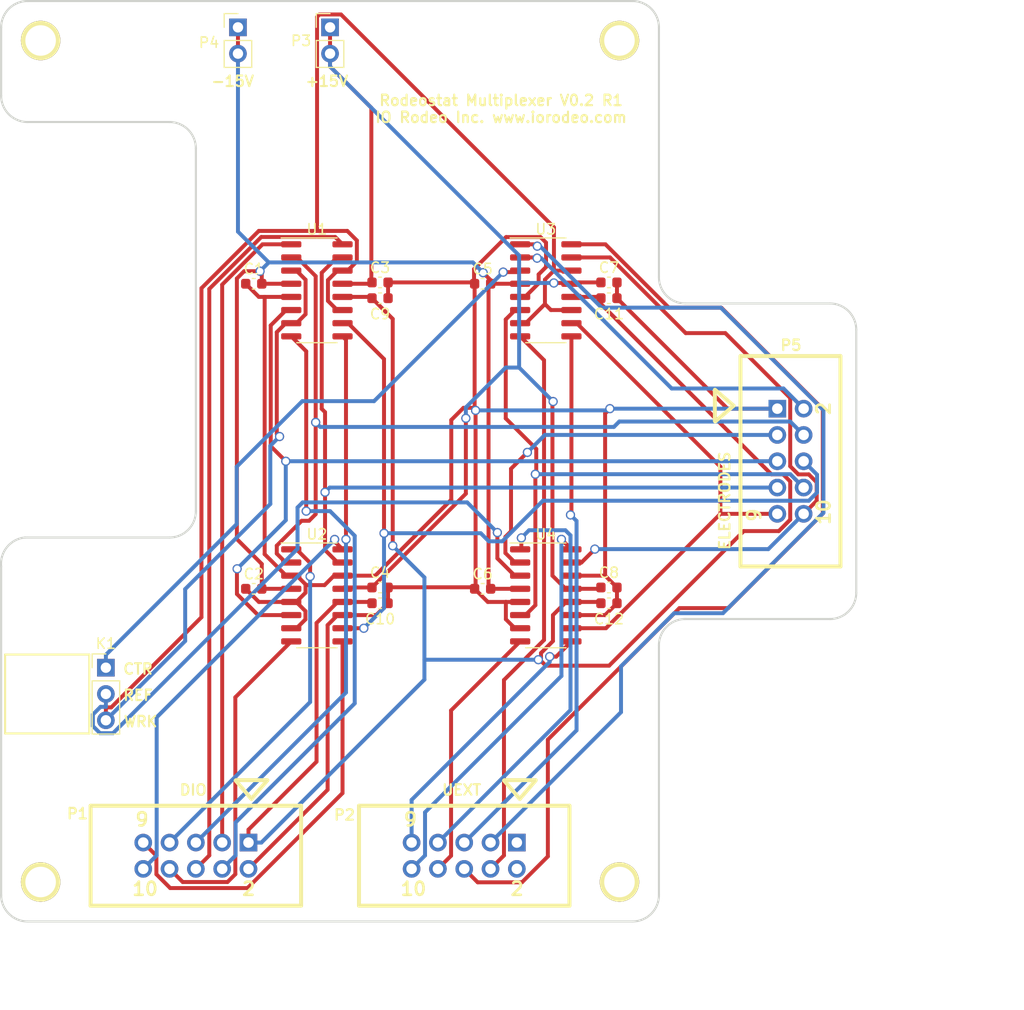
<source format=kicad_pcb>
(kicad_pcb (version 20171130) (host pcbnew 5.1.7-a382d34a8~87~ubuntu18.04.1)

  (general
    (thickness 1.6)
    (drawings 42)
    (tracks 451)
    (zones 0)
    (modules 26)
    (nets 35)
  )

  (page A3)
  (layers
    (0 F.Cu signal)
    (31 B.Cu signal)
    (32 B.Adhes user)
    (33 F.Adhes user)
    (34 B.Paste user)
    (35 F.Paste user)
    (36 B.SilkS user)
    (37 F.SilkS user)
    (38 B.Mask user)
    (39 F.Mask user)
    (40 Dwgs.User user)
    (41 Cmts.User user)
    (42 Eco1.User user)
    (43 Eco2.User user)
    (44 Edge.Cuts user)
    (45 Margin user)
    (46 B.CrtYd user)
    (47 F.CrtYd user)
  )

  (setup
    (last_trace_width 0.381)
    (trace_clearance 0.2032)
    (zone_clearance 0.508)
    (zone_45_only no)
    (trace_min 0.254)
    (via_size 0.889)
    (via_drill 0.635)
    (via_min_size 0.889)
    (via_min_drill 0.508)
    (uvia_size 0.508)
    (uvia_drill 0.127)
    (uvias_allowed no)
    (uvia_min_size 0.508)
    (uvia_min_drill 0.127)
    (edge_width 0.2)
    (segment_width 0.2)
    (pcb_text_width 0.2032)
    (pcb_text_size 1.016 1.016)
    (mod_edge_width 0.25)
    (mod_text_size 1 1)
    (mod_text_width 0.15)
    (pad_size 1.524 1.524)
    (pad_drill 1.016)
    (pad_to_mask_clearance 0)
    (aux_axis_origin 0 0)
    (visible_elements FFFFFFBF)
    (pcbplotparams
      (layerselection 0x00030_ffffffff)
      (usegerberextensions true)
      (usegerberattributes true)
      (usegerberadvancedattributes true)
      (creategerberjobfile true)
      (excludeedgelayer true)
      (linewidth 0.150000)
      (plotframeref false)
      (viasonmask false)
      (mode 1)
      (useauxorigin false)
      (hpglpennumber 1)
      (hpglpenspeed 20)
      (hpglpendiameter 15.000000)
      (psnegative false)
      (psa4output false)
      (plotreference true)
      (plotvalue true)
      (plotinvisibletext false)
      (padsonsilk false)
      (subtractmaskfromsilk false)
      (outputformat 1)
      (mirror false)
      (drillshape 0)
      (scaleselection 1)
      (outputdirectory "gerber_v0p2/"))
  )

  (net 0 "")
  (net 1 /CTR)
  (net 2 /CTR_SW)
  (net 3 /D10)
  (net 4 /D11)
  (net 5 /D12)
  (net 6 /D13)
  (net 7 /D18)
  (net 8 /D19)
  (net 9 /D24)
  (net 10 /D25)
  (net 11 /D26)
  (net 12 /D27)
  (net 13 /D28)
  (net 14 /D29)
  (net 15 /D3)
  (net 16 /D30)
  (net 17 /D31)
  (net 18 /D4)
  (net 19 /GND)
  (net 20 /REF)
  (net 21 /REF_SW)
  (net 22 /WRK)
  (net 23 /WRK_1)
  (net 24 /WRK_2)
  (net 25 /WRK_3)
  (net 26 /WRK_4)
  (net 27 /WRK_5)
  (net 28 /WRK_6)
  (net 29 /WRK_7)
  (net 30 /-15V)
  (net 31 /+15V)
  (net 32 /3V3)
  (net 33 "Net-(P2-Pad1)")
  (net 34 "Net-(P2-Pad2)")

  (net_class Default "This is the default net class."
    (clearance 0.2032)
    (trace_width 0.381)
    (via_dia 0.889)
    (via_drill 0.635)
    (uvia_dia 0.508)
    (uvia_drill 0.127)
    (add_net /+15V)
    (add_net /-15V)
    (add_net /3V3)
    (add_net /CTR)
    (add_net /CTR_SW)
    (add_net /D10)
    (add_net /D11)
    (add_net /D12)
    (add_net /D13)
    (add_net /D18)
    (add_net /D19)
    (add_net /D24)
    (add_net /D25)
    (add_net /D26)
    (add_net /D27)
    (add_net /D28)
    (add_net /D29)
    (add_net /D3)
    (add_net /D30)
    (add_net /D31)
    (add_net /D4)
    (add_net /REF)
    (add_net /REF_SW)
    (add_net /WRK)
    (add_net /WRK_1)
    (add_net /WRK_2)
    (add_net /WRK_3)
    (add_net /WRK_4)
    (add_net /WRK_5)
    (add_net /WRK_6)
    (add_net /WRK_7)
    (add_net "Net-(P2-Pad1)")
    (add_net "Net-(P2-Pad2)")
  )

  (net_class Power ""
    (clearance 0.2032)
    (trace_width 0.381)
    (via_dia 0.889)
    (via_drill 0.635)
    (uvia_dia 0.508)
    (uvia_drill 0.127)
    (add_net /GND)
  )

  (module 4-40 (layer F.Cu) (tedit 5B4E64C5) (tstamp 5B4E21EA)
    (at 80.01 80.01)
    (fp_text reference M1 (at 0 -3.1) (layer F.SilkS) hide
      (effects (font (size 1 1) (thickness 0.15)))
    )
    (fp_text value VAL** (at 0 3.4) (layer F.SilkS) hide
      (effects (font (size 1 1) (thickness 0.15)))
    )
    (pad "" thru_hole circle (at 0 0) (size 3.81 3.81) (drill 2.9464) (layers *.Cu *.Mask F.SilkS))
  )

  (module 4-40 (layer F.Cu) (tedit 5B4E64D1) (tstamp 5B4E21F3)
    (at 135.89 80.01)
    (fp_text reference M2 (at 0 -3.1) (layer F.SilkS) hide
      (effects (font (size 1 1) (thickness 0.15)))
    )
    (fp_text value VAL** (at 0 3.4) (layer F.SilkS) hide
      (effects (font (size 1 1) (thickness 0.15)))
    )
    (pad "" thru_hole circle (at 0 0) (size 3.81 3.81) (drill 2.9464) (layers *.Cu *.Mask F.SilkS))
  )

  (module 4-40 (layer F.Cu) (tedit 5B4E64DC) (tstamp 5B4E21FC)
    (at 135.89 161.29)
    (fp_text reference M3 (at 0 -3.1) (layer F.SilkS) hide
      (effects (font (size 1 1) (thickness 0.15)))
    )
    (fp_text value VAL** (at 0 3.4) (layer F.SilkS) hide
      (effects (font (size 1 1) (thickness 0.15)))
    )
    (pad "" thru_hole circle (at 0 0) (size 3.81 3.81) (drill 2.9464) (layers *.Cu *.Mask F.SilkS))
  )

  (module 4-40 (layer F.Cu) (tedit 553F33C9) (tstamp 5B4E2205)
    (at 80.01 161.29)
    (fp_text reference 4-40 (at 0 -3.1) (layer F.SilkS) hide
      (effects (font (size 1 1) (thickness 0.15)))
    )
    (fp_text value VAL** (at 0 3.4) (layer F.SilkS) hide
      (effects (font (size 1 1) (thickness 0.15)))
    )
    (pad "" thru_hole circle (at 0 0) (size 3.81 3.81) (drill 2.9464) (layers *.Cu *.Mask F.SilkS))
  )

  (module Capacitor_SMD:C_0603_1608Metric (layer F.Cu) (tedit 5F68FEEE) (tstamp 608C98D6)
    (at 100.584 103.505)
    (descr "Capacitor SMD 0603 (1608 Metric), square (rectangular) end terminal, IPC_7351 nominal, (Body size source: IPC-SM-782 page 76, https://www.pcb-3d.com/wordpress/wp-content/uploads/ipc-sm-782a_amendment_1_and_2.pdf), generated with kicad-footprint-generator")
    (tags capacitor)
    (path /5B4BD185)
    (attr smd)
    (fp_text reference C1 (at 0 -1.43) (layer F.SilkS)
      (effects (font (size 1 1) (thickness 0.15)))
    )
    (fp_text value 0.1uF (at 0 1.43) (layer F.Fab)
      (effects (font (size 1 1) (thickness 0.15)))
    )
    (fp_line (start -0.8 0.4) (end -0.8 -0.4) (layer F.Fab) (width 0.1))
    (fp_line (start -0.8 -0.4) (end 0.8 -0.4) (layer F.Fab) (width 0.1))
    (fp_line (start 0.8 -0.4) (end 0.8 0.4) (layer F.Fab) (width 0.1))
    (fp_line (start 0.8 0.4) (end -0.8 0.4) (layer F.Fab) (width 0.1))
    (fp_line (start -0.14058 -0.51) (end 0.14058 -0.51) (layer F.SilkS) (width 0.12))
    (fp_line (start -0.14058 0.51) (end 0.14058 0.51) (layer F.SilkS) (width 0.12))
    (fp_line (start -1.48 0.73) (end -1.48 -0.73) (layer F.CrtYd) (width 0.05))
    (fp_line (start -1.48 -0.73) (end 1.48 -0.73) (layer F.CrtYd) (width 0.05))
    (fp_line (start 1.48 -0.73) (end 1.48 0.73) (layer F.CrtYd) (width 0.05))
    (fp_line (start 1.48 0.73) (end -1.48 0.73) (layer F.CrtYd) (width 0.05))
    (fp_text user %R (at 0 0) (layer F.Fab)
      (effects (font (size 0.4 0.4) (thickness 0.06)))
    )
    (pad 2 smd roundrect (at 0.775 0) (size 0.9 0.95) (layers F.Cu F.Paste F.Mask) (roundrect_rratio 0.25)
      (net 30 /-15V))
    (pad 1 smd roundrect (at -0.775 0) (size 0.9 0.95) (layers F.Cu F.Paste F.Mask) (roundrect_rratio 0.25)
      (net 19 /GND))
    (model ${KISYS3DMOD}/Capacitor_SMD.3dshapes/C_0603_1608Metric.wrl
      (at (xyz 0 0 0))
      (scale (xyz 1 1 1))
      (rotate (xyz 0 0 0))
    )
  )

  (module Capacitor_SMD:C_0603_1608Metric (layer F.Cu) (tedit 5F68FEEE) (tstamp 608C98E6)
    (at 100.584 132.969)
    (descr "Capacitor SMD 0603 (1608 Metric), square (rectangular) end terminal, IPC_7351 nominal, (Body size source: IPC-SM-782 page 76, https://www.pcb-3d.com/wordpress/wp-content/uploads/ipc-sm-782a_amendment_1_and_2.pdf), generated with kicad-footprint-generator")
    (tags capacitor)
    (path /5B4BD3A9)
    (attr smd)
    (fp_text reference C2 (at 0 -1.43) (layer F.SilkS)
      (effects (font (size 1 1) (thickness 0.15)))
    )
    (fp_text value 0.1uF (at 0 1.43) (layer F.Fab)
      (effects (font (size 1 1) (thickness 0.15)))
    )
    (fp_line (start -0.8 0.4) (end -0.8 -0.4) (layer F.Fab) (width 0.1))
    (fp_line (start -0.8 -0.4) (end 0.8 -0.4) (layer F.Fab) (width 0.1))
    (fp_line (start 0.8 -0.4) (end 0.8 0.4) (layer F.Fab) (width 0.1))
    (fp_line (start 0.8 0.4) (end -0.8 0.4) (layer F.Fab) (width 0.1))
    (fp_line (start -0.14058 -0.51) (end 0.14058 -0.51) (layer F.SilkS) (width 0.12))
    (fp_line (start -0.14058 0.51) (end 0.14058 0.51) (layer F.SilkS) (width 0.12))
    (fp_line (start -1.48 0.73) (end -1.48 -0.73) (layer F.CrtYd) (width 0.05))
    (fp_line (start -1.48 -0.73) (end 1.48 -0.73) (layer F.CrtYd) (width 0.05))
    (fp_line (start 1.48 -0.73) (end 1.48 0.73) (layer F.CrtYd) (width 0.05))
    (fp_line (start 1.48 0.73) (end -1.48 0.73) (layer F.CrtYd) (width 0.05))
    (fp_text user %R (at 0 0) (layer F.Fab)
      (effects (font (size 0.4 0.4) (thickness 0.06)))
    )
    (pad 2 smd roundrect (at 0.775 0) (size 0.9 0.95) (layers F.Cu F.Paste F.Mask) (roundrect_rratio 0.25)
      (net 30 /-15V))
    (pad 1 smd roundrect (at -0.775 0) (size 0.9 0.95) (layers F.Cu F.Paste F.Mask) (roundrect_rratio 0.25)
      (net 19 /GND))
    (model ${KISYS3DMOD}/Capacitor_SMD.3dshapes/C_0603_1608Metric.wrl
      (at (xyz 0 0 0))
      (scale (xyz 1 1 1))
      (rotate (xyz 0 0 0))
    )
  )

  (module Capacitor_SMD:C_0603_1608Metric (layer F.Cu) (tedit 5F68FEEE) (tstamp 608C98F6)
    (at 112.776 103.378)
    (descr "Capacitor SMD 0603 (1608 Metric), square (rectangular) end terminal, IPC_7351 nominal, (Body size source: IPC-SM-782 page 76, https://www.pcb-3d.com/wordpress/wp-content/uploads/ipc-sm-782a_amendment_1_and_2.pdf), generated with kicad-footprint-generator")
    (tags capacitor)
    (path /5B4BD194)
    (attr smd)
    (fp_text reference C3 (at 0 -1.43) (layer F.SilkS)
      (effects (font (size 1 1) (thickness 0.15)))
    )
    (fp_text value 0.1uF (at 0 1.43) (layer F.Fab)
      (effects (font (size 1 1) (thickness 0.15)))
    )
    (fp_line (start 1.48 0.73) (end -1.48 0.73) (layer F.CrtYd) (width 0.05))
    (fp_line (start 1.48 -0.73) (end 1.48 0.73) (layer F.CrtYd) (width 0.05))
    (fp_line (start -1.48 -0.73) (end 1.48 -0.73) (layer F.CrtYd) (width 0.05))
    (fp_line (start -1.48 0.73) (end -1.48 -0.73) (layer F.CrtYd) (width 0.05))
    (fp_line (start -0.14058 0.51) (end 0.14058 0.51) (layer F.SilkS) (width 0.12))
    (fp_line (start -0.14058 -0.51) (end 0.14058 -0.51) (layer F.SilkS) (width 0.12))
    (fp_line (start 0.8 0.4) (end -0.8 0.4) (layer F.Fab) (width 0.1))
    (fp_line (start 0.8 -0.4) (end 0.8 0.4) (layer F.Fab) (width 0.1))
    (fp_line (start -0.8 -0.4) (end 0.8 -0.4) (layer F.Fab) (width 0.1))
    (fp_line (start -0.8 0.4) (end -0.8 -0.4) (layer F.Fab) (width 0.1))
    (fp_text user %R (at 0 0) (layer F.Fab)
      (effects (font (size 0.4 0.4) (thickness 0.06)))
    )
    (pad 1 smd roundrect (at -0.775 0) (size 0.9 0.95) (layers F.Cu F.Paste F.Mask) (roundrect_rratio 0.25)
      (net 31 /+15V))
    (pad 2 smd roundrect (at 0.775 0) (size 0.9 0.95) (layers F.Cu F.Paste F.Mask) (roundrect_rratio 0.25)
      (net 19 /GND))
    (model ${KISYS3DMOD}/Capacitor_SMD.3dshapes/C_0603_1608Metric.wrl
      (at (xyz 0 0 0))
      (scale (xyz 1 1 1))
      (rotate (xyz 0 0 0))
    )
  )

  (module Capacitor_SMD:C_0603_1608Metric (layer F.Cu) (tedit 5F68FEEE) (tstamp 608C9906)
    (at 112.776 132.842)
    (descr "Capacitor SMD 0603 (1608 Metric), square (rectangular) end terminal, IPC_7351 nominal, (Body size source: IPC-SM-782 page 76, https://www.pcb-3d.com/wordpress/wp-content/uploads/ipc-sm-782a_amendment_1_and_2.pdf), generated with kicad-footprint-generator")
    (tags capacitor)
    (path /5B4BD3AF)
    (attr smd)
    (fp_text reference C4 (at 0 -1.43) (layer F.SilkS)
      (effects (font (size 1 1) (thickness 0.15)))
    )
    (fp_text value 0.1uF (at 0 1.43) (layer F.Fab)
      (effects (font (size 1 1) (thickness 0.15)))
    )
    (fp_line (start 1.48 0.73) (end -1.48 0.73) (layer F.CrtYd) (width 0.05))
    (fp_line (start 1.48 -0.73) (end 1.48 0.73) (layer F.CrtYd) (width 0.05))
    (fp_line (start -1.48 -0.73) (end 1.48 -0.73) (layer F.CrtYd) (width 0.05))
    (fp_line (start -1.48 0.73) (end -1.48 -0.73) (layer F.CrtYd) (width 0.05))
    (fp_line (start -0.14058 0.51) (end 0.14058 0.51) (layer F.SilkS) (width 0.12))
    (fp_line (start -0.14058 -0.51) (end 0.14058 -0.51) (layer F.SilkS) (width 0.12))
    (fp_line (start 0.8 0.4) (end -0.8 0.4) (layer F.Fab) (width 0.1))
    (fp_line (start 0.8 -0.4) (end 0.8 0.4) (layer F.Fab) (width 0.1))
    (fp_line (start -0.8 -0.4) (end 0.8 -0.4) (layer F.Fab) (width 0.1))
    (fp_line (start -0.8 0.4) (end -0.8 -0.4) (layer F.Fab) (width 0.1))
    (fp_text user %R (at 0 0) (layer F.Fab)
      (effects (font (size 0.4 0.4) (thickness 0.06)))
    )
    (pad 1 smd roundrect (at -0.775 0) (size 0.9 0.95) (layers F.Cu F.Paste F.Mask) (roundrect_rratio 0.25)
      (net 31 /+15V))
    (pad 2 smd roundrect (at 0.775 0) (size 0.9 0.95) (layers F.Cu F.Paste F.Mask) (roundrect_rratio 0.25)
      (net 19 /GND))
    (model ${KISYS3DMOD}/Capacitor_SMD.3dshapes/C_0603_1608Metric.wrl
      (at (xyz 0 0 0))
      (scale (xyz 1 1 1))
      (rotate (xyz 0 0 0))
    )
  )

  (module Capacitor_SMD:C_0603_1608Metric (layer F.Cu) (tedit 5F68FEEE) (tstamp 608C9916)
    (at 122.682 103.505)
    (descr "Capacitor SMD 0603 (1608 Metric), square (rectangular) end terminal, IPC_7351 nominal, (Body size source: IPC-SM-782 page 76, https://www.pcb-3d.com/wordpress/wp-content/uploads/ipc-sm-782a_amendment_1_and_2.pdf), generated with kicad-footprint-generator")
    (tags capacitor)
    (path /5B4BD3BD)
    (attr smd)
    (fp_text reference C5 (at 0 -1.43) (layer F.SilkS)
      (effects (font (size 1 1) (thickness 0.15)))
    )
    (fp_text value 0.1uF (at 0 1.43) (layer F.Fab)
      (effects (font (size 1 1) (thickness 0.15)))
    )
    (fp_line (start -0.8 0.4) (end -0.8 -0.4) (layer F.Fab) (width 0.1))
    (fp_line (start -0.8 -0.4) (end 0.8 -0.4) (layer F.Fab) (width 0.1))
    (fp_line (start 0.8 -0.4) (end 0.8 0.4) (layer F.Fab) (width 0.1))
    (fp_line (start 0.8 0.4) (end -0.8 0.4) (layer F.Fab) (width 0.1))
    (fp_line (start -0.14058 -0.51) (end 0.14058 -0.51) (layer F.SilkS) (width 0.12))
    (fp_line (start -0.14058 0.51) (end 0.14058 0.51) (layer F.SilkS) (width 0.12))
    (fp_line (start -1.48 0.73) (end -1.48 -0.73) (layer F.CrtYd) (width 0.05))
    (fp_line (start -1.48 -0.73) (end 1.48 -0.73) (layer F.CrtYd) (width 0.05))
    (fp_line (start 1.48 -0.73) (end 1.48 0.73) (layer F.CrtYd) (width 0.05))
    (fp_line (start 1.48 0.73) (end -1.48 0.73) (layer F.CrtYd) (width 0.05))
    (fp_text user %R (at 0 0) (layer F.Fab)
      (effects (font (size 0.4 0.4) (thickness 0.06)))
    )
    (pad 2 smd roundrect (at 0.775 0) (size 0.9 0.95) (layers F.Cu F.Paste F.Mask) (roundrect_rratio 0.25)
      (net 30 /-15V))
    (pad 1 smd roundrect (at -0.775 0) (size 0.9 0.95) (layers F.Cu F.Paste F.Mask) (roundrect_rratio 0.25)
      (net 19 /GND))
    (model ${KISYS3DMOD}/Capacitor_SMD.3dshapes/C_0603_1608Metric.wrl
      (at (xyz 0 0 0))
      (scale (xyz 1 1 1))
      (rotate (xyz 0 0 0))
    )
  )

  (module Capacitor_SMD:C_0603_1608Metric (layer F.Cu) (tedit 5F68FEEE) (tstamp 608C9926)
    (at 122.682 132.969)
    (descr "Capacitor SMD 0603 (1608 Metric), square (rectangular) end terminal, IPC_7351 nominal, (Body size source: IPC-SM-782 page 76, https://www.pcb-3d.com/wordpress/wp-content/uploads/ipc-sm-782a_amendment_1_and_2.pdf), generated with kicad-footprint-generator")
    (tags capacitor)
    (path /5B4BD3D1)
    (attr smd)
    (fp_text reference C6 (at 0 -1.43) (layer F.SilkS)
      (effects (font (size 1 1) (thickness 0.15)))
    )
    (fp_text value 0.1uF (at 0 1.43) (layer F.Fab)
      (effects (font (size 1 1) (thickness 0.15)))
    )
    (fp_line (start 1.48 0.73) (end -1.48 0.73) (layer F.CrtYd) (width 0.05))
    (fp_line (start 1.48 -0.73) (end 1.48 0.73) (layer F.CrtYd) (width 0.05))
    (fp_line (start -1.48 -0.73) (end 1.48 -0.73) (layer F.CrtYd) (width 0.05))
    (fp_line (start -1.48 0.73) (end -1.48 -0.73) (layer F.CrtYd) (width 0.05))
    (fp_line (start -0.14058 0.51) (end 0.14058 0.51) (layer F.SilkS) (width 0.12))
    (fp_line (start -0.14058 -0.51) (end 0.14058 -0.51) (layer F.SilkS) (width 0.12))
    (fp_line (start 0.8 0.4) (end -0.8 0.4) (layer F.Fab) (width 0.1))
    (fp_line (start 0.8 -0.4) (end 0.8 0.4) (layer F.Fab) (width 0.1))
    (fp_line (start -0.8 -0.4) (end 0.8 -0.4) (layer F.Fab) (width 0.1))
    (fp_line (start -0.8 0.4) (end -0.8 -0.4) (layer F.Fab) (width 0.1))
    (fp_text user %R (at 0 0) (layer F.Fab)
      (effects (font (size 0.4 0.4) (thickness 0.06)))
    )
    (pad 1 smd roundrect (at -0.775 0) (size 0.9 0.95) (layers F.Cu F.Paste F.Mask) (roundrect_rratio 0.25)
      (net 19 /GND))
    (pad 2 smd roundrect (at 0.775 0) (size 0.9 0.95) (layers F.Cu F.Paste F.Mask) (roundrect_rratio 0.25)
      (net 30 /-15V))
    (model ${KISYS3DMOD}/Capacitor_SMD.3dshapes/C_0603_1608Metric.wrl
      (at (xyz 0 0 0))
      (scale (xyz 1 1 1))
      (rotate (xyz 0 0 0))
    )
  )

  (module Capacitor_SMD:C_0603_1608Metric (layer F.Cu) (tedit 5F68FEEE) (tstamp 608C9936)
    (at 134.874 103.378)
    (descr "Capacitor SMD 0603 (1608 Metric), square (rectangular) end terminal, IPC_7351 nominal, (Body size source: IPC-SM-782 page 76, https://www.pcb-3d.com/wordpress/wp-content/uploads/ipc-sm-782a_amendment_1_and_2.pdf), generated with kicad-footprint-generator")
    (tags capacitor)
    (path /5B4BD3C3)
    (attr smd)
    (fp_text reference C7 (at 0 -1.43) (layer F.SilkS)
      (effects (font (size 1 1) (thickness 0.15)))
    )
    (fp_text value 0.1uF (at 0 1.43) (layer F.Fab)
      (effects (font (size 1 1) (thickness 0.15)))
    )
    (fp_line (start 1.48 0.73) (end -1.48 0.73) (layer F.CrtYd) (width 0.05))
    (fp_line (start 1.48 -0.73) (end 1.48 0.73) (layer F.CrtYd) (width 0.05))
    (fp_line (start -1.48 -0.73) (end 1.48 -0.73) (layer F.CrtYd) (width 0.05))
    (fp_line (start -1.48 0.73) (end -1.48 -0.73) (layer F.CrtYd) (width 0.05))
    (fp_line (start -0.14058 0.51) (end 0.14058 0.51) (layer F.SilkS) (width 0.12))
    (fp_line (start -0.14058 -0.51) (end 0.14058 -0.51) (layer F.SilkS) (width 0.12))
    (fp_line (start 0.8 0.4) (end -0.8 0.4) (layer F.Fab) (width 0.1))
    (fp_line (start 0.8 -0.4) (end 0.8 0.4) (layer F.Fab) (width 0.1))
    (fp_line (start -0.8 -0.4) (end 0.8 -0.4) (layer F.Fab) (width 0.1))
    (fp_line (start -0.8 0.4) (end -0.8 -0.4) (layer F.Fab) (width 0.1))
    (fp_text user %R (at 0 0) (layer F.Fab)
      (effects (font (size 0.4 0.4) (thickness 0.06)))
    )
    (pad 1 smd roundrect (at -0.775 0) (size 0.9 0.95) (layers F.Cu F.Paste F.Mask) (roundrect_rratio 0.25)
      (net 31 /+15V))
    (pad 2 smd roundrect (at 0.775 0) (size 0.9 0.95) (layers F.Cu F.Paste F.Mask) (roundrect_rratio 0.25)
      (net 19 /GND))
    (model ${KISYS3DMOD}/Capacitor_SMD.3dshapes/C_0603_1608Metric.wrl
      (at (xyz 0 0 0))
      (scale (xyz 1 1 1))
      (rotate (xyz 0 0 0))
    )
  )

  (module Capacitor_SMD:C_0603_1608Metric (layer F.Cu) (tedit 5F68FEEE) (tstamp 608C9946)
    (at 134.874 132.842)
    (descr "Capacitor SMD 0603 (1608 Metric), square (rectangular) end terminal, IPC_7351 nominal, (Body size source: IPC-SM-782 page 76, https://www.pcb-3d.com/wordpress/wp-content/uploads/ipc-sm-782a_amendment_1_and_2.pdf), generated with kicad-footprint-generator")
    (tags capacitor)
    (path /5B4BD3D7)
    (attr smd)
    (fp_text reference C8 (at 0 -1.43) (layer F.SilkS)
      (effects (font (size 1 1) (thickness 0.15)))
    )
    (fp_text value 0.1uF (at 0 1.43) (layer F.Fab)
      (effects (font (size 1 1) (thickness 0.15)))
    )
    (fp_line (start -0.8 0.4) (end -0.8 -0.4) (layer F.Fab) (width 0.1))
    (fp_line (start -0.8 -0.4) (end 0.8 -0.4) (layer F.Fab) (width 0.1))
    (fp_line (start 0.8 -0.4) (end 0.8 0.4) (layer F.Fab) (width 0.1))
    (fp_line (start 0.8 0.4) (end -0.8 0.4) (layer F.Fab) (width 0.1))
    (fp_line (start -0.14058 -0.51) (end 0.14058 -0.51) (layer F.SilkS) (width 0.12))
    (fp_line (start -0.14058 0.51) (end 0.14058 0.51) (layer F.SilkS) (width 0.12))
    (fp_line (start -1.48 0.73) (end -1.48 -0.73) (layer F.CrtYd) (width 0.05))
    (fp_line (start -1.48 -0.73) (end 1.48 -0.73) (layer F.CrtYd) (width 0.05))
    (fp_line (start 1.48 -0.73) (end 1.48 0.73) (layer F.CrtYd) (width 0.05))
    (fp_line (start 1.48 0.73) (end -1.48 0.73) (layer F.CrtYd) (width 0.05))
    (fp_text user %R (at 0 0) (layer F.Fab)
      (effects (font (size 0.4 0.4) (thickness 0.06)))
    )
    (pad 2 smd roundrect (at 0.775 0) (size 0.9 0.95) (layers F.Cu F.Paste F.Mask) (roundrect_rratio 0.25)
      (net 19 /GND))
    (pad 1 smd roundrect (at -0.775 0) (size 0.9 0.95) (layers F.Cu F.Paste F.Mask) (roundrect_rratio 0.25)
      (net 31 /+15V))
    (model ${KISYS3DMOD}/Capacitor_SMD.3dshapes/C_0603_1608Metric.wrl
      (at (xyz 0 0 0))
      (scale (xyz 1 1 1))
      (rotate (xyz 0 0 0))
    )
  )

  (module Capacitor_SMD:C_0603_1608Metric (layer F.Cu) (tedit 5F68FEEE) (tstamp 608C9966)
    (at 112.776 104.902)
    (descr "Capacitor SMD 0603 (1608 Metric), square (rectangular) end terminal, IPC_7351 nominal, (Body size source: IPC-SM-782 page 76, https://www.pcb-3d.com/wordpress/wp-content/uploads/ipc-sm-782a_amendment_1_and_2.pdf), generated with kicad-footprint-generator")
    (tags capacitor)
    (path /6131BA0A)
    (attr smd)
    (fp_text reference C9 (at 0 1.524) (layer F.SilkS)
      (effects (font (size 1 1) (thickness 0.15)))
    )
    (fp_text value 0.1uF (at 0 1.43) (layer F.Fab)
      (effects (font (size 1 1) (thickness 0.15)))
    )
    (fp_line (start 1.48 0.73) (end -1.48 0.73) (layer F.CrtYd) (width 0.05))
    (fp_line (start 1.48 -0.73) (end 1.48 0.73) (layer F.CrtYd) (width 0.05))
    (fp_line (start -1.48 -0.73) (end 1.48 -0.73) (layer F.CrtYd) (width 0.05))
    (fp_line (start -1.48 0.73) (end -1.48 -0.73) (layer F.CrtYd) (width 0.05))
    (fp_line (start -0.14058 0.51) (end 0.14058 0.51) (layer F.SilkS) (width 0.12))
    (fp_line (start -0.14058 -0.51) (end 0.14058 -0.51) (layer F.SilkS) (width 0.12))
    (fp_line (start 0.8 0.4) (end -0.8 0.4) (layer F.Fab) (width 0.1))
    (fp_line (start 0.8 -0.4) (end 0.8 0.4) (layer F.Fab) (width 0.1))
    (fp_line (start -0.8 -0.4) (end 0.8 -0.4) (layer F.Fab) (width 0.1))
    (fp_line (start -0.8 0.4) (end -0.8 -0.4) (layer F.Fab) (width 0.1))
    (fp_text user %R (at 0 0) (layer F.Fab)
      (effects (font (size 0.4 0.4) (thickness 0.06)))
    )
    (pad 1 smd roundrect (at -0.775 0) (size 0.9 0.95) (layers F.Cu F.Paste F.Mask) (roundrect_rratio 0.25)
      (net 32 /3V3))
    (pad 2 smd roundrect (at 0.775 0) (size 0.9 0.95) (layers F.Cu F.Paste F.Mask) (roundrect_rratio 0.25)
      (net 19 /GND))
    (model ${KISYS3DMOD}/Capacitor_SMD.3dshapes/C_0603_1608Metric.wrl
      (at (xyz 0 0 0))
      (scale (xyz 1 1 1))
      (rotate (xyz 0 0 0))
    )
  )

  (module Capacitor_SMD:C_0603_1608Metric (layer F.Cu) (tedit 5F68FEEE) (tstamp 608C9977)
    (at 112.776 134.366)
    (descr "Capacitor SMD 0603 (1608 Metric), square (rectangular) end terminal, IPC_7351 nominal, (Body size source: IPC-SM-782 page 76, https://www.pcb-3d.com/wordpress/wp-content/uploads/ipc-sm-782a_amendment_1_and_2.pdf), generated with kicad-footprint-generator")
    (tags capacitor)
    (path /613577FD)
    (attr smd)
    (fp_text reference C10 (at 0 1.524) (layer F.SilkS)
      (effects (font (size 1 1) (thickness 0.15)))
    )
    (fp_text value 0.1uF (at 0 1.43) (layer F.Fab)
      (effects (font (size 1 1) (thickness 0.15)))
    )
    (fp_line (start -0.8 0.4) (end -0.8 -0.4) (layer F.Fab) (width 0.1))
    (fp_line (start -0.8 -0.4) (end 0.8 -0.4) (layer F.Fab) (width 0.1))
    (fp_line (start 0.8 -0.4) (end 0.8 0.4) (layer F.Fab) (width 0.1))
    (fp_line (start 0.8 0.4) (end -0.8 0.4) (layer F.Fab) (width 0.1))
    (fp_line (start -0.14058 -0.51) (end 0.14058 -0.51) (layer F.SilkS) (width 0.12))
    (fp_line (start -0.14058 0.51) (end 0.14058 0.51) (layer F.SilkS) (width 0.12))
    (fp_line (start -1.48 0.73) (end -1.48 -0.73) (layer F.CrtYd) (width 0.05))
    (fp_line (start -1.48 -0.73) (end 1.48 -0.73) (layer F.CrtYd) (width 0.05))
    (fp_line (start 1.48 -0.73) (end 1.48 0.73) (layer F.CrtYd) (width 0.05))
    (fp_line (start 1.48 0.73) (end -1.48 0.73) (layer F.CrtYd) (width 0.05))
    (fp_text user %R (at 0 0) (layer F.Fab)
      (effects (font (size 0.4 0.4) (thickness 0.06)))
    )
    (pad 2 smd roundrect (at 0.775 0) (size 0.9 0.95) (layers F.Cu F.Paste F.Mask) (roundrect_rratio 0.25)
      (net 19 /GND))
    (pad 1 smd roundrect (at -0.775 0) (size 0.9 0.95) (layers F.Cu F.Paste F.Mask) (roundrect_rratio 0.25)
      (net 32 /3V3))
    (model ${KISYS3DMOD}/Capacitor_SMD.3dshapes/C_0603_1608Metric.wrl
      (at (xyz 0 0 0))
      (scale (xyz 1 1 1))
      (rotate (xyz 0 0 0))
    )
  )

  (module Capacitor_SMD:C_0603_1608Metric (layer F.Cu) (tedit 5F68FEEE) (tstamp 608C9988)
    (at 134.874 104.902)
    (descr "Capacitor SMD 0603 (1608 Metric), square (rectangular) end terminal, IPC_7351 nominal, (Body size source: IPC-SM-782 page 76, https://www.pcb-3d.com/wordpress/wp-content/uploads/ipc-sm-782a_amendment_1_and_2.pdf), generated with kicad-footprint-generator")
    (tags capacitor)
    (path /613A6030)
    (attr smd)
    (fp_text reference C11 (at 0 1.524) (layer F.SilkS)
      (effects (font (size 1 1) (thickness 0.15)))
    )
    (fp_text value 0.1uF (at 0 1.43) (layer F.Fab)
      (effects (font (size 1 1) (thickness 0.15)))
    )
    (fp_line (start 1.48 0.73) (end -1.48 0.73) (layer F.CrtYd) (width 0.05))
    (fp_line (start 1.48 -0.73) (end 1.48 0.73) (layer F.CrtYd) (width 0.05))
    (fp_line (start -1.48 -0.73) (end 1.48 -0.73) (layer F.CrtYd) (width 0.05))
    (fp_line (start -1.48 0.73) (end -1.48 -0.73) (layer F.CrtYd) (width 0.05))
    (fp_line (start -0.14058 0.51) (end 0.14058 0.51) (layer F.SilkS) (width 0.12))
    (fp_line (start -0.14058 -0.51) (end 0.14058 -0.51) (layer F.SilkS) (width 0.12))
    (fp_line (start 0.8 0.4) (end -0.8 0.4) (layer F.Fab) (width 0.1))
    (fp_line (start 0.8 -0.4) (end 0.8 0.4) (layer F.Fab) (width 0.1))
    (fp_line (start -0.8 -0.4) (end 0.8 -0.4) (layer F.Fab) (width 0.1))
    (fp_line (start -0.8 0.4) (end -0.8 -0.4) (layer F.Fab) (width 0.1))
    (fp_text user %R (at 0 0) (layer F.Fab)
      (effects (font (size 0.4 0.4) (thickness 0.06)))
    )
    (pad 1 smd roundrect (at -0.775 0) (size 0.9 0.95) (layers F.Cu F.Paste F.Mask) (roundrect_rratio 0.25)
      (net 32 /3V3))
    (pad 2 smd roundrect (at 0.775 0) (size 0.9 0.95) (layers F.Cu F.Paste F.Mask) (roundrect_rratio 0.25)
      (net 19 /GND))
    (model ${KISYS3DMOD}/Capacitor_SMD.3dshapes/C_0603_1608Metric.wrl
      (at (xyz 0 0 0))
      (scale (xyz 1 1 1))
      (rotate (xyz 0 0 0))
    )
  )

  (module Capacitor_SMD:C_0603_1608Metric (layer F.Cu) (tedit 5F68FEEE) (tstamp 608C9999)
    (at 134.874 134.366)
    (descr "Capacitor SMD 0603 (1608 Metric), square (rectangular) end terminal, IPC_7351 nominal, (Body size source: IPC-SM-782 page 76, https://www.pcb-3d.com/wordpress/wp-content/uploads/ipc-sm-782a_amendment_1_and_2.pdf), generated with kicad-footprint-generator")
    (tags capacitor)
    (path /613D346A)
    (attr smd)
    (fp_text reference C12 (at 0 1.524) (layer F.SilkS)
      (effects (font (size 1 1) (thickness 0.15)))
    )
    (fp_text value 0.1uF (at 0 1.43) (layer F.Fab)
      (effects (font (size 1 1) (thickness 0.15)))
    )
    (fp_line (start -0.8 0.4) (end -0.8 -0.4) (layer F.Fab) (width 0.1))
    (fp_line (start -0.8 -0.4) (end 0.8 -0.4) (layer F.Fab) (width 0.1))
    (fp_line (start 0.8 -0.4) (end 0.8 0.4) (layer F.Fab) (width 0.1))
    (fp_line (start 0.8 0.4) (end -0.8 0.4) (layer F.Fab) (width 0.1))
    (fp_line (start -0.14058 -0.51) (end 0.14058 -0.51) (layer F.SilkS) (width 0.12))
    (fp_line (start -0.14058 0.51) (end 0.14058 0.51) (layer F.SilkS) (width 0.12))
    (fp_line (start -1.48 0.73) (end -1.48 -0.73) (layer F.CrtYd) (width 0.05))
    (fp_line (start -1.48 -0.73) (end 1.48 -0.73) (layer F.CrtYd) (width 0.05))
    (fp_line (start 1.48 -0.73) (end 1.48 0.73) (layer F.CrtYd) (width 0.05))
    (fp_line (start 1.48 0.73) (end -1.48 0.73) (layer F.CrtYd) (width 0.05))
    (fp_text user %R (at 0 0) (layer F.Fab)
      (effects (font (size 0.4 0.4) (thickness 0.06)))
    )
    (pad 2 smd roundrect (at 0.775 0) (size 0.9 0.95) (layers F.Cu F.Paste F.Mask) (roundrect_rratio 0.25)
      (net 19 /GND))
    (pad 1 smd roundrect (at -0.775 0) (size 0.9 0.95) (layers F.Cu F.Paste F.Mask) (roundrect_rratio 0.25)
      (net 32 /3V3))
    (model ${KISYS3DMOD}/Capacitor_SMD.3dshapes/C_0603_1608Metric.wrl
      (at (xyz 0 0 0))
      (scale (xyz 1 1 1))
      (rotate (xyz 0 0 0))
    )
  )

  (module Connector_PinHeader_2.54mm:PinHeader_1x03_P2.54mm_Vertical (layer F.Cu) (tedit 59FED5CC) (tstamp 608C999A)
    (at 86.3092 140.589)
    (descr "Through hole straight pin header, 1x03, 2.54mm pitch, single row")
    (tags "Through hole pin header THT 1x03 2.54mm single row")
    (path /5B4BC53E)
    (fp_text reference K1 (at 0 -2.33) (layer F.SilkS)
      (effects (font (size 1 1) (thickness 0.15)))
    )
    (fp_text value CONN_3 (at 0 7.41) (layer F.Fab)
      (effects (font (size 1 1) (thickness 0.15)))
    )
    (fp_line (start 1.8 -1.8) (end -1.8 -1.8) (layer F.CrtYd) (width 0.05))
    (fp_line (start 1.8 6.85) (end 1.8 -1.8) (layer F.CrtYd) (width 0.05))
    (fp_line (start -1.8 6.85) (end 1.8 6.85) (layer F.CrtYd) (width 0.05))
    (fp_line (start -1.8 -1.8) (end -1.8 6.85) (layer F.CrtYd) (width 0.05))
    (fp_line (start -1.33 -1.33) (end 0 -1.33) (layer F.SilkS) (width 0.12))
    (fp_line (start -1.33 0) (end -1.33 -1.33) (layer F.SilkS) (width 0.12))
    (fp_line (start -1.33 1.27) (end 1.33 1.27) (layer F.SilkS) (width 0.12))
    (fp_line (start 1.33 1.27) (end 1.33 6.41) (layer F.SilkS) (width 0.12))
    (fp_line (start -1.33 1.27) (end -1.33 6.41) (layer F.SilkS) (width 0.12))
    (fp_line (start -1.33 6.41) (end 1.33 6.41) (layer F.SilkS) (width 0.12))
    (fp_line (start -1.27 -0.635) (end -0.635 -1.27) (layer F.Fab) (width 0.1))
    (fp_line (start -1.27 6.35) (end -1.27 -0.635) (layer F.Fab) (width 0.1))
    (fp_line (start 1.27 6.35) (end -1.27 6.35) (layer F.Fab) (width 0.1))
    (fp_line (start 1.27 -1.27) (end 1.27 6.35) (layer F.Fab) (width 0.1))
    (fp_line (start -0.635 -1.27) (end 1.27 -1.27) (layer F.Fab) (width 0.1))
    (fp_text user %R (at 0 2.54 90) (layer F.Fab)
      (effects (font (size 1 1) (thickness 0.15)))
    )
    (pad 1 thru_hole rect (at 0 0) (size 1.7 1.7) (drill 1) (layers *.Cu *.Mask)
      (net 1 /CTR))
    (pad 2 thru_hole oval (at 0 2.54) (size 1.7 1.7) (drill 1) (layers *.Cu *.Mask)
      (net 20 /REF))
    (pad 3 thru_hole oval (at 0 5.08) (size 1.7 1.7) (drill 1) (layers *.Cu *.Mask)
      (net 22 /WRK))
    (model ${KISYS3DMOD}/Connector_PinHeader_2.54mm.3dshapes/PinHeader_1x03_P2.54mm_Vertical.wrl
      (at (xyz 0 0 0))
      (scale (xyz 1 1 1))
      (rotate (xyz 0 0 0))
    )
  )

  (module 5x2_shrd_header:5X2_SHRD_HEADER (layer F.Cu) (tedit 4F0B9071) (tstamp 608C99B0)
    (at 94.996 158.75 180)
    (path /5B4BC7E9)
    (fp_text reference P1 (at 11.43 4.064 180) (layer F.SilkS)
      (effects (font (size 1.016 1.016) (thickness 0.2032)))
    )
    (fp_text value CONN_5X2 (at 0.254 -5.334 180) (layer F.SilkS) hide
      (effects (font (size 1.524 1.524) (thickness 0.3048)))
    )
    (fp_line (start -10.16 -4.826) (end 10.16 -4.826) (layer F.SilkS) (width 0.381))
    (fp_line (start 10.16 -4.826) (end 10.16 4.826) (layer F.SilkS) (width 0.381))
    (fp_line (start 10.16 4.826) (end -10.16 4.826) (layer F.SilkS) (width 0.381))
    (fp_line (start -10.16 4.826) (end -10.16 -4.826) (layer F.SilkS) (width 0.381))
    (fp_line (start -6.90118 7.29996) (end -3.8989 7.29996) (layer F.SilkS) (width 0.381))
    (fp_line (start -5.36448 5.48894) (end -6.88848 7.26694) (layer F.SilkS) (width 0.381))
    (fp_line (start -3.84048 7.2644) (end -5.36448 5.4864) (layer F.SilkS) (width 0.381))
    (fp_text user 2 (at -5.10032 -3.2004) (layer F.SilkS)
      (effects (font (size 1.27 1.27) (thickness 0.254)))
    )
    (fp_text user 9 (at 5.19938 3.50012) (layer F.SilkS)
      (effects (font (size 1.27 1.27) (thickness 0.254)))
    )
    (fp_text user 10 (at 4.89966 -3.2004) (layer F.SilkS)
      (effects (font (size 1.27 1.27) (thickness 0.254)))
    )
    (pad 10 thru_hole circle (at 5.08 -1.27 180) (size 1.7 1.7) (drill 1.016) (layers *.Cu *.Mask)
      (net 17 /D31))
    (pad 9 thru_hole circle (at 5.08 1.27 180) (size 1.7 1.7) (drill 1.016) (layers *.Cu *.Mask)
      (net 16 /D30))
    (pad 8 thru_hole circle (at 2.54 -1.27 180) (size 1.7 1.7) (drill 1.016) (layers *.Cu *.Mask)
      (net 14 /D29))
    (pad 7 thru_hole circle (at 2.54 1.27 180) (size 1.7 1.7) (drill 1.016) (layers *.Cu *.Mask)
      (net 13 /D28))
    (pad 6 thru_hole circle (at 0 -1.27 180) (size 1.7 1.7) (drill 1.016) (layers *.Cu *.Mask)
      (net 12 /D27))
    (pad 5 thru_hole circle (at 0 1.27 180) (size 1.7 1.7) (drill 1.016) (layers *.Cu *.Mask)
      (net 11 /D26))
    (pad 4 thru_hole circle (at -2.54 -1.27 180) (size 1.7 1.7) (drill 1.016) (layers *.Cu *.Mask)
      (net 10 /D25))
    (pad 3 thru_hole circle (at -2.54 1.27 180) (size 1.7 1.7) (drill 1.016) (layers *.Cu *.Mask)
      (net 9 /D24))
    (pad 2 thru_hole circle (at -5.08 -1.27 180) (size 1.7 1.7) (drill 1.016) (layers *.Cu *.Mask)
      (net 19 /GND))
    (pad 1 thru_hole rect (at -5.08 1.27 180) (size 1.7 1.7) (drill 1.016) (layers *.Cu *.Mask)
      (net 32 /3V3))
  )

  (module 5x2_shrd_header:5X2_SHRD_HEADER (layer F.Cu) (tedit 4F0B9071) (tstamp 608C99C7)
    (at 120.904 158.75 180)
    (path /5B4BC67F)
    (fp_text reference P2 (at 11.557 3.937 180) (layer F.SilkS)
      (effects (font (size 1.016 1.016) (thickness 0.2032)))
    )
    (fp_text value CONN_5X2 (at 0 -5.334) (layer F.SilkS) hide
      (effects (font (size 1.524 1.524) (thickness 0.3048)))
    )
    (fp_line (start -3.84048 7.2644) (end -5.36448 5.4864) (layer F.SilkS) (width 0.381))
    (fp_line (start -5.36448 5.48894) (end -6.88848 7.26694) (layer F.SilkS) (width 0.381))
    (fp_line (start -6.90118 7.29996) (end -3.8989 7.29996) (layer F.SilkS) (width 0.381))
    (fp_line (start -10.16 4.826) (end -10.16 -4.826) (layer F.SilkS) (width 0.381))
    (fp_line (start 10.16 4.826) (end -10.16 4.826) (layer F.SilkS) (width 0.381))
    (fp_line (start 10.16 -4.826) (end 10.16 4.826) (layer F.SilkS) (width 0.381))
    (fp_line (start -10.16 -4.826) (end 10.16 -4.826) (layer F.SilkS) (width 0.381))
    (fp_text user 10 (at 4.89966 -3.2004) (layer F.SilkS)
      (effects (font (size 1.27 1.27) (thickness 0.254)))
    )
    (fp_text user 9 (at 5.19938 3.50012) (layer F.SilkS)
      (effects (font (size 1.27 1.27) (thickness 0.254)))
    )
    (fp_text user 2 (at -5.10032 -3.2004) (layer F.SilkS)
      (effects (font (size 1.27 1.27) (thickness 0.254)))
    )
    (pad 1 thru_hole rect (at -5.08 1.27 180) (size 1.7 1.7) (drill 1.016) (layers *.Cu *.Mask)
      (net 33 "Net-(P2-Pad1)"))
    (pad 2 thru_hole circle (at -5.08 -1.27 180) (size 1.7 1.7) (drill 1.016) (layers *.Cu *.Mask)
      (net 34 "Net-(P2-Pad2)"))
    (pad 3 thru_hole circle (at -2.54 1.27 180) (size 1.7 1.7) (drill 1.016) (layers *.Cu *.Mask)
      (net 15 /D3))
    (pad 4 thru_hole circle (at -2.54 -1.27 180) (size 1.7 1.7) (drill 1.016) (layers *.Cu *.Mask)
      (net 18 /D4))
    (pad 5 thru_hole circle (at 0 1.27 180) (size 1.7 1.7) (drill 1.016) (layers *.Cu *.Mask)
      (net 8 /D19))
    (pad 6 thru_hole circle (at 0 -1.27 180) (size 1.7 1.7) (drill 1.016) (layers *.Cu *.Mask)
      (net 7 /D18))
    (pad 7 thru_hole circle (at 2.54 1.27 180) (size 1.7 1.7) (drill 1.016) (layers *.Cu *.Mask)
      (net 5 /D12))
    (pad 8 thru_hole circle (at 2.54 -1.27 180) (size 1.7 1.7) (drill 1.016) (layers *.Cu *.Mask)
      (net 4 /D11))
    (pad 9 thru_hole circle (at 5.08 1.27 180) (size 1.7 1.7) (drill 1.016) (layers *.Cu *.Mask)
      (net 6 /D13))
    (pad 10 thru_hole circle (at 5.08 -1.27 180) (size 1.7 1.7) (drill 1.016) (layers *.Cu *.Mask)
      (net 3 /D10))
  )

  (module Connector_PinHeader_2.54mm:PinHeader_1x02_P2.54mm_Vertical (layer F.Cu) (tedit 59FED5CC) (tstamp 608C99DE)
    (at 107.95 78.74)
    (descr "Through hole straight pin header, 1x02, 2.54mm pitch, single row")
    (tags "Through hole pin header THT 1x02 2.54mm single row")
    (path /5B4BCEAB)
    (fp_text reference P3 (at -2.794 1.2954) (layer F.SilkS)
      (effects (font (size 1 1) (thickness 0.15)))
    )
    (fp_text value CONN_2 (at 0 4.87) (layer F.Fab)
      (effects (font (size 1 1) (thickness 0.15)))
    )
    (fp_line (start 1.8 -1.8) (end -1.8 -1.8) (layer F.CrtYd) (width 0.05))
    (fp_line (start 1.8 4.35) (end 1.8 -1.8) (layer F.CrtYd) (width 0.05))
    (fp_line (start -1.8 4.35) (end 1.8 4.35) (layer F.CrtYd) (width 0.05))
    (fp_line (start -1.8 -1.8) (end -1.8 4.35) (layer F.CrtYd) (width 0.05))
    (fp_line (start -1.33 -1.33) (end 0 -1.33) (layer F.SilkS) (width 0.12))
    (fp_line (start -1.33 0) (end -1.33 -1.33) (layer F.SilkS) (width 0.12))
    (fp_line (start -1.33 1.27) (end 1.33 1.27) (layer F.SilkS) (width 0.12))
    (fp_line (start 1.33 1.27) (end 1.33 3.87) (layer F.SilkS) (width 0.12))
    (fp_line (start -1.33 1.27) (end -1.33 3.87) (layer F.SilkS) (width 0.12))
    (fp_line (start -1.33 3.87) (end 1.33 3.87) (layer F.SilkS) (width 0.12))
    (fp_line (start -1.27 -0.635) (end -0.635 -1.27) (layer F.Fab) (width 0.1))
    (fp_line (start -1.27 3.81) (end -1.27 -0.635) (layer F.Fab) (width 0.1))
    (fp_line (start 1.27 3.81) (end -1.27 3.81) (layer F.Fab) (width 0.1))
    (fp_line (start 1.27 -1.27) (end 1.27 3.81) (layer F.Fab) (width 0.1))
    (fp_line (start -0.635 -1.27) (end 1.27 -1.27) (layer F.Fab) (width 0.1))
    (fp_text user %R (at 0 1.27 -270) (layer F.Fab)
      (effects (font (size 1 1) (thickness 0.15)))
    )
    (pad 1 thru_hole rect (at 0 0) (size 1.7 1.7) (drill 1) (layers *.Cu *.Mask)
      (net 31 /+15V))
    (pad 2 thru_hole oval (at 0 2.54) (size 1.7 1.7) (drill 1) (layers *.Cu *.Mask)
      (net 31 /+15V))
    (model ${KISYS3DMOD}/Connector_PinHeader_2.54mm.3dshapes/PinHeader_1x02_P2.54mm_Vertical.wrl
      (at (xyz 0 0 0))
      (scale (xyz 1 1 1))
      (rotate (xyz 0 0 0))
    )
  )

  (module Connector_PinHeader_2.54mm:PinHeader_1x02_P2.54mm_Vertical (layer F.Cu) (tedit 59FED5CC) (tstamp 608C99F3)
    (at 99.06 78.74)
    (descr "Through hole straight pin header, 1x02, 2.54mm pitch, single row")
    (tags "Through hole pin header THT 1x02 2.54mm single row")
    (path /5B4BCEBA)
    (fp_text reference P4 (at -2.794 1.4732) (layer F.SilkS)
      (effects (font (size 1 1) (thickness 0.15)))
    )
    (fp_text value CONN_2 (at 0 4.87) (layer F.Fab)
      (effects (font (size 1 1) (thickness 0.15)))
    )
    (fp_line (start -0.635 -1.27) (end 1.27 -1.27) (layer F.Fab) (width 0.1))
    (fp_line (start 1.27 -1.27) (end 1.27 3.81) (layer F.Fab) (width 0.1))
    (fp_line (start 1.27 3.81) (end -1.27 3.81) (layer F.Fab) (width 0.1))
    (fp_line (start -1.27 3.81) (end -1.27 -0.635) (layer F.Fab) (width 0.1))
    (fp_line (start -1.27 -0.635) (end -0.635 -1.27) (layer F.Fab) (width 0.1))
    (fp_line (start -1.33 3.87) (end 1.33 3.87) (layer F.SilkS) (width 0.12))
    (fp_line (start -1.33 1.27) (end -1.33 3.87) (layer F.SilkS) (width 0.12))
    (fp_line (start 1.33 1.27) (end 1.33 3.87) (layer F.SilkS) (width 0.12))
    (fp_line (start -1.33 1.27) (end 1.33 1.27) (layer F.SilkS) (width 0.12))
    (fp_line (start -1.33 0) (end -1.33 -1.33) (layer F.SilkS) (width 0.12))
    (fp_line (start -1.33 -1.33) (end 0 -1.33) (layer F.SilkS) (width 0.12))
    (fp_line (start -1.8 -1.8) (end -1.8 4.35) (layer F.CrtYd) (width 0.05))
    (fp_line (start -1.8 4.35) (end 1.8 4.35) (layer F.CrtYd) (width 0.05))
    (fp_line (start 1.8 4.35) (end 1.8 -1.8) (layer F.CrtYd) (width 0.05))
    (fp_line (start 1.8 -1.8) (end -1.8 -1.8) (layer F.CrtYd) (width 0.05))
    (fp_text user %R (at 0 1.27 -270) (layer F.Fab)
      (effects (font (size 1 1) (thickness 0.15)))
    )
    (pad 2 thru_hole oval (at 0 2.54) (size 1.7 1.7) (drill 1) (layers *.Cu *.Mask)
      (net 30 /-15V))
    (pad 1 thru_hole rect (at 0 0) (size 1.7 1.7) (drill 1) (layers *.Cu *.Mask)
      (net 30 /-15V))
    (model ${KISYS3DMOD}/Connector_PinHeader_2.54mm.3dshapes/PinHeader_1x02_P2.54mm_Vertical.wrl
      (at (xyz 0 0 0))
      (scale (xyz 1 1 1))
      (rotate (xyz 0 0 0))
    )
  )

  (module 5x2_shrd_header:5X2_SHRD_HEADER (layer F.Cu) (tedit 4F0B9071) (tstamp 608C9A08)
    (at 152.4 120.65 270)
    (path /5C3E8ED4)
    (fp_text reference P5 (at -11.2014 -0.0508) (layer F.SilkS)
      (effects (font (size 1.016 1.016) (thickness 0.2032)))
    )
    (fp_text value CONN_5X2 (at -0.0508 -5.9944 270) (layer F.SilkS) hide
      (effects (font (size 1.524 1.524) (thickness 0.3048)))
    )
    (fp_line (start -3.84048 7.2644) (end -5.36448 5.4864) (layer F.SilkS) (width 0.381))
    (fp_line (start -5.36448 5.48894) (end -6.88848 7.26694) (layer F.SilkS) (width 0.381))
    (fp_line (start -6.90118 7.29996) (end -3.8989 7.29996) (layer F.SilkS) (width 0.381))
    (fp_line (start -10.16 4.826) (end -10.16 -4.826) (layer F.SilkS) (width 0.381))
    (fp_line (start 10.16 4.826) (end -10.16 4.826) (layer F.SilkS) (width 0.381))
    (fp_line (start 10.16 -4.826) (end 10.16 4.826) (layer F.SilkS) (width 0.381))
    (fp_line (start -10.16 -4.826) (end 10.16 -4.826) (layer F.SilkS) (width 0.381))
    (fp_text user 10 (at 4.89966 -3.2004 90) (layer F.SilkS)
      (effects (font (size 1.27 1.27) (thickness 0.254)))
    )
    (fp_text user 9 (at 5.19938 3.50012 90) (layer F.SilkS)
      (effects (font (size 1.27 1.27) (thickness 0.254)))
    )
    (fp_text user 2 (at -5.10032 -3.2004 90) (layer F.SilkS)
      (effects (font (size 1.27 1.27) (thickness 0.254)))
    )
    (pad 1 thru_hole rect (at -5.08 1.27 270) (size 1.7 1.7) (drill 1.016) (layers *.Cu *.Mask)
      (net 19 /GND))
    (pad 2 thru_hole circle (at -5.08 -1.27 270) (size 1.7 1.7) (drill 1.016) (layers *.Cu *.Mask)
      (net 2 /CTR_SW))
    (pad 3 thru_hole circle (at -2.54 1.27 270) (size 1.7 1.7) (drill 1.016) (layers *.Cu *.Mask)
      (net 21 /REF_SW))
    (pad 4 thru_hole circle (at -2.54 -1.27 270) (size 1.7 1.7) (drill 1.016) (layers *.Cu *.Mask)
      (net 23 /WRK_1))
    (pad 5 thru_hole circle (at 0 1.27 270) (size 1.7 1.7) (drill 1.016) (layers *.Cu *.Mask)
      (net 24 /WRK_2))
    (pad 6 thru_hole circle (at 0 -1.27 270) (size 1.7 1.7) (drill 1.016) (layers *.Cu *.Mask)
      (net 25 /WRK_3))
    (pad 7 thru_hole circle (at 2.54 1.27 270) (size 1.7 1.7) (drill 1.016) (layers *.Cu *.Mask)
      (net 26 /WRK_4))
    (pad 8 thru_hole circle (at 2.54 -1.27 270) (size 1.7 1.7) (drill 1.016) (layers *.Cu *.Mask)
      (net 27 /WRK_5))
    (pad 9 thru_hole circle (at 5.08 1.27 270) (size 1.7 1.7) (drill 1.016) (layers *.Cu *.Mask)
      (net 28 /WRK_6))
    (pad 10 thru_hole circle (at 5.08 -1.27 270) (size 1.7 1.7) (drill 1.016) (layers *.Cu *.Mask)
      (net 29 /WRK_7))
  )

  (module Package_SO:SOIC-16_3.9x9.9mm_P1.27mm (layer F.Cu) (tedit 5D9F72B1) (tstamp 608C9A1F)
    (at 106.68 104.14)
    (descr "SOIC, 16 Pin (JEDEC MS-012AC, https://www.analog.com/media/en/package-pcb-resources/package/pkg_pdf/soic_narrow-r/r_16.pdf), generated with kicad-footprint-generator ipc_gullwing_generator.py")
    (tags "SOIC SO")
    (path /608F2D7B)
    (attr smd)
    (fp_text reference U1 (at 0 -5.9) (layer F.SilkS)
      (effects (font (size 1 1) (thickness 0.15)))
    )
    (fp_text value DG411xY (at 0 5.9) (layer F.Fab) hide
      (effects (font (size 1 1) (thickness 0.15)))
    )
    (fp_line (start 0 5.06) (end 1.95 5.06) (layer F.SilkS) (width 0.12))
    (fp_line (start 0 5.06) (end -1.95 5.06) (layer F.SilkS) (width 0.12))
    (fp_line (start 0 -5.06) (end 1.95 -5.06) (layer F.SilkS) (width 0.12))
    (fp_line (start 0 -5.06) (end -3.45 -5.06) (layer F.SilkS) (width 0.12))
    (fp_line (start -0.975 -4.95) (end 1.95 -4.95) (layer F.Fab) (width 0.1))
    (fp_line (start 1.95 -4.95) (end 1.95 4.95) (layer F.Fab) (width 0.1))
    (fp_line (start 1.95 4.95) (end -1.95 4.95) (layer F.Fab) (width 0.1))
    (fp_line (start -1.95 4.95) (end -1.95 -3.975) (layer F.Fab) (width 0.1))
    (fp_line (start -1.95 -3.975) (end -0.975 -4.95) (layer F.Fab) (width 0.1))
    (fp_line (start -3.7 -5.2) (end -3.7 5.2) (layer F.CrtYd) (width 0.05))
    (fp_line (start -3.7 5.2) (end 3.7 5.2) (layer F.CrtYd) (width 0.05))
    (fp_line (start 3.7 5.2) (end 3.7 -5.2) (layer F.CrtYd) (width 0.05))
    (fp_line (start 3.7 -5.2) (end -3.7 -5.2) (layer F.CrtYd) (width 0.05))
    (fp_text user %R (at 0 0) (layer F.Fab)
      (effects (font (size 0.98 0.98) (thickness 0.15)))
    )
    (pad 16 smd roundrect (at 2.475 -4.445) (size 1.95 0.6) (layers F.Cu F.Paste F.Mask) (roundrect_rratio 0.25)
      (net 12 /D27))
    (pad 15 smd roundrect (at 2.475 -3.175) (size 1.95 0.6) (layers F.Cu F.Paste F.Mask) (roundrect_rratio 0.25)
      (net 26 /WRK_4))
    (pad 14 smd roundrect (at 2.475 -1.905) (size 1.95 0.6) (layers F.Cu F.Paste F.Mask) (roundrect_rratio 0.25)
      (net 22 /WRK))
    (pad 13 smd roundrect (at 2.475 -0.635) (size 1.95 0.6) (layers F.Cu F.Paste F.Mask) (roundrect_rratio 0.25)
      (net 31 /+15V))
    (pad 12 smd roundrect (at 2.475 0.635) (size 1.95 0.6) (layers F.Cu F.Paste F.Mask) (roundrect_rratio 0.25)
      (net 32 /3V3))
    (pad 11 smd roundrect (at 2.475 1.905) (size 1.95 0.6) (layers F.Cu F.Paste F.Mask) (roundrect_rratio 0.25)
      (net 22 /WRK))
    (pad 10 smd roundrect (at 2.475 3.175) (size 1.95 0.6) (layers F.Cu F.Paste F.Mask) (roundrect_rratio 0.25)
      (net 25 /WRK_3))
    (pad 9 smd roundrect (at 2.475 4.445) (size 1.95 0.6) (layers F.Cu F.Paste F.Mask) (roundrect_rratio 0.25)
      (net 11 /D26))
    (pad 8 smd roundrect (at -2.475 4.445) (size 1.95 0.6) (layers F.Cu F.Paste F.Mask) (roundrect_rratio 0.25)
      (net 10 /D25))
    (pad 7 smd roundrect (at -2.475 3.175) (size 1.95 0.6) (layers F.Cu F.Paste F.Mask) (roundrect_rratio 0.25)
      (net 22 /WRK))
    (pad 6 smd roundrect (at -2.475 1.905) (size 1.95 0.6) (layers F.Cu F.Paste F.Mask) (roundrect_rratio 0.25)
      (net 24 /WRK_2))
    (pad 5 smd roundrect (at -2.475 0.635) (size 1.95 0.6) (layers F.Cu F.Paste F.Mask) (roundrect_rratio 0.25)
      (net 19 /GND))
    (pad 4 smd roundrect (at -2.475 -0.635) (size 1.95 0.6) (layers F.Cu F.Paste F.Mask) (roundrect_rratio 0.25)
      (net 30 /-15V))
    (pad 3 smd roundrect (at -2.475 -1.905) (size 1.95 0.6) (layers F.Cu F.Paste F.Mask) (roundrect_rratio 0.25)
      (net 22 /WRK))
    (pad 2 smd roundrect (at -2.475 -3.175) (size 1.95 0.6) (layers F.Cu F.Paste F.Mask) (roundrect_rratio 0.25)
      (net 23 /WRK_1))
    (pad 1 smd roundrect (at -2.475 -4.445) (size 1.95 0.6) (layers F.Cu F.Paste F.Mask) (roundrect_rratio 0.25)
      (net 9 /D24))
    (model ${KISYS3DMOD}/Package_SO.3dshapes/SOIC-16_3.9x9.9mm_P1.27mm.wrl
      (at (xyz 0 0 0))
      (scale (xyz 1 1 1))
      (rotate (xyz 0 0 0))
    )
  )

  (module Package_SO:SOIC-16_3.9x9.9mm_P1.27mm (layer F.Cu) (tedit 5D9F72B1) (tstamp 608C9A40)
    (at 106.68 133.604)
    (descr "SOIC, 16 Pin (JEDEC MS-012AC, https://www.analog.com/media/en/package-pcb-resources/package/pkg_pdf/soic_narrow-r/r_16.pdf), generated with kicad-footprint-generator ipc_gullwing_generator.py")
    (tags "SOIC SO")
    (path /60B0EB9F)
    (attr smd)
    (fp_text reference U2 (at 0 -5.9) (layer F.SilkS)
      (effects (font (size 1 1) (thickness 0.15)))
    )
    (fp_text value DG411xY (at 0 5.9) (layer F.Fab)
      (effects (font (size 1 1) (thickness 0.15)))
    )
    (fp_line (start 0 5.06) (end 1.95 5.06) (layer F.SilkS) (width 0.12))
    (fp_line (start 0 5.06) (end -1.95 5.06) (layer F.SilkS) (width 0.12))
    (fp_line (start 0 -5.06) (end 1.95 -5.06) (layer F.SilkS) (width 0.12))
    (fp_line (start 0 -5.06) (end -3.45 -5.06) (layer F.SilkS) (width 0.12))
    (fp_line (start -0.975 -4.95) (end 1.95 -4.95) (layer F.Fab) (width 0.1))
    (fp_line (start 1.95 -4.95) (end 1.95 4.95) (layer F.Fab) (width 0.1))
    (fp_line (start 1.95 4.95) (end -1.95 4.95) (layer F.Fab) (width 0.1))
    (fp_line (start -1.95 4.95) (end -1.95 -3.975) (layer F.Fab) (width 0.1))
    (fp_line (start -1.95 -3.975) (end -0.975 -4.95) (layer F.Fab) (width 0.1))
    (fp_line (start -3.7 -5.2) (end -3.7 5.2) (layer F.CrtYd) (width 0.05))
    (fp_line (start -3.7 5.2) (end 3.7 5.2) (layer F.CrtYd) (width 0.05))
    (fp_line (start 3.7 5.2) (end 3.7 -5.2) (layer F.CrtYd) (width 0.05))
    (fp_line (start 3.7 -5.2) (end -3.7 -5.2) (layer F.CrtYd) (width 0.05))
    (fp_text user %R (at 0 0) (layer F.Fab)
      (effects (font (size 0.98 0.98) (thickness 0.15)))
    )
    (pad 16 smd roundrect (at 2.475 -4.445) (size 1.95 0.6) (layers F.Cu F.Paste F.Mask) (roundrect_rratio 0.25)
      (net 17 /D31))
    (pad 15 smd roundrect (at 2.475 -3.175) (size 1.95 0.6) (layers F.Cu F.Paste F.Mask) (roundrect_rratio 0.25)
      (net 26 /WRK_4))
    (pad 14 smd roundrect (at 2.475 -1.905) (size 1.95 0.6) (layers F.Cu F.Paste F.Mask) (roundrect_rratio 0.25)
      (net 19 /GND))
    (pad 13 smd roundrect (at 2.475 -0.635) (size 1.95 0.6) (layers F.Cu F.Paste F.Mask) (roundrect_rratio 0.25)
      (net 31 /+15V))
    (pad 12 smd roundrect (at 2.475 0.635) (size 1.95 0.6) (layers F.Cu F.Paste F.Mask) (roundrect_rratio 0.25)
      (net 32 /3V3))
    (pad 11 smd roundrect (at 2.475 1.905) (size 1.95 0.6) (layers F.Cu F.Paste F.Mask) (roundrect_rratio 0.25)
      (net 19 /GND))
    (pad 10 smd roundrect (at 2.475 3.175) (size 1.95 0.6) (layers F.Cu F.Paste F.Mask) (roundrect_rratio 0.25)
      (net 25 /WRK_3))
    (pad 9 smd roundrect (at 2.475 4.445) (size 1.95 0.6) (layers F.Cu F.Paste F.Mask) (roundrect_rratio 0.25)
      (net 16 /D30))
    (pad 8 smd roundrect (at -2.475 4.445) (size 1.95 0.6) (layers F.Cu F.Paste F.Mask) (roundrect_rratio 0.25)
      (net 14 /D29))
    (pad 7 smd roundrect (at -2.475 3.175) (size 1.95 0.6) (layers F.Cu F.Paste F.Mask) (roundrect_rratio 0.25)
      (net 19 /GND))
    (pad 6 smd roundrect (at -2.475 1.905) (size 1.95 0.6) (layers F.Cu F.Paste F.Mask) (roundrect_rratio 0.25)
      (net 24 /WRK_2))
    (pad 5 smd roundrect (at -2.475 0.635) (size 1.95 0.6) (layers F.Cu F.Paste F.Mask) (roundrect_rratio 0.25)
      (net 19 /GND))
    (pad 4 smd roundrect (at -2.475 -0.635) (size 1.95 0.6) (layers F.Cu F.Paste F.Mask) (roundrect_rratio 0.25)
      (net 30 /-15V))
    (pad 3 smd roundrect (at -2.475 -1.905) (size 1.95 0.6) (layers F.Cu F.Paste F.Mask) (roundrect_rratio 0.25)
      (net 19 /GND))
    (pad 2 smd roundrect (at -2.475 -3.175) (size 1.95 0.6) (layers F.Cu F.Paste F.Mask) (roundrect_rratio 0.25)
      (net 23 /WRK_1))
    (pad 1 smd roundrect (at -2.475 -4.445) (size 1.95 0.6) (layers F.Cu F.Paste F.Mask) (roundrect_rratio 0.25)
      (net 13 /D28))
    (model ${KISYS3DMOD}/Package_SO.3dshapes/SOIC-16_3.9x9.9mm_P1.27mm.wrl
      (at (xyz 0 0 0))
      (scale (xyz 1 1 1))
      (rotate (xyz 0 0 0))
    )
  )

  (module Package_SO:SOIC-16_3.9x9.9mm_P1.27mm (layer F.Cu) (tedit 5D9F72B1) (tstamp 608C9A61)
    (at 128.778 104.14)
    (descr "SOIC, 16 Pin (JEDEC MS-012AC, https://www.analog.com/media/en/package-pcb-resources/package/pkg_pdf/soic_narrow-r/r_16.pdf), generated with kicad-footprint-generator ipc_gullwing_generator.py")
    (tags "SOIC SO")
    (path /60AEEF0A)
    (attr smd)
    (fp_text reference U3 (at 0 -5.9) (layer F.SilkS)
      (effects (font (size 1 1) (thickness 0.15)))
    )
    (fp_text value DG411xY (at 0 5.9) (layer F.Fab)
      (effects (font (size 1 1) (thickness 0.15)))
    )
    (fp_line (start 3.7 -5.2) (end -3.7 -5.2) (layer F.CrtYd) (width 0.05))
    (fp_line (start 3.7 5.2) (end 3.7 -5.2) (layer F.CrtYd) (width 0.05))
    (fp_line (start -3.7 5.2) (end 3.7 5.2) (layer F.CrtYd) (width 0.05))
    (fp_line (start -3.7 -5.2) (end -3.7 5.2) (layer F.CrtYd) (width 0.05))
    (fp_line (start -1.95 -3.975) (end -0.975 -4.95) (layer F.Fab) (width 0.1))
    (fp_line (start -1.95 4.95) (end -1.95 -3.975) (layer F.Fab) (width 0.1))
    (fp_line (start 1.95 4.95) (end -1.95 4.95) (layer F.Fab) (width 0.1))
    (fp_line (start 1.95 -4.95) (end 1.95 4.95) (layer F.Fab) (width 0.1))
    (fp_line (start -0.975 -4.95) (end 1.95 -4.95) (layer F.Fab) (width 0.1))
    (fp_line (start 0 -5.06) (end -3.45 -5.06) (layer F.SilkS) (width 0.12))
    (fp_line (start 0 -5.06) (end 1.95 -5.06) (layer F.SilkS) (width 0.12))
    (fp_line (start 0 5.06) (end -1.95 5.06) (layer F.SilkS) (width 0.12))
    (fp_line (start 0 5.06) (end 1.95 5.06) (layer F.SilkS) (width 0.12))
    (fp_text user %R (at 0 0) (layer F.Fab)
      (effects (font (size 0.98 0.98) (thickness 0.15)))
    )
    (pad 1 smd roundrect (at -2.475 -4.445) (size 1.95 0.6) (layers F.Cu F.Paste F.Mask) (roundrect_rratio 0.25)
      (net 15 /D3))
    (pad 2 smd roundrect (at -2.475 -3.175) (size 1.95 0.6) (layers F.Cu F.Paste F.Mask) (roundrect_rratio 0.25)
      (net 2 /CTR_SW))
    (pad 3 smd roundrect (at -2.475 -1.905) (size 1.95 0.6) (layers F.Cu F.Paste F.Mask) (roundrect_rratio 0.25)
      (net 1 /CTR))
    (pad 4 smd roundrect (at -2.475 -0.635) (size 1.95 0.6) (layers F.Cu F.Paste F.Mask) (roundrect_rratio 0.25)
      (net 30 /-15V))
    (pad 5 smd roundrect (at -2.475 0.635) (size 1.95 0.6) (layers F.Cu F.Paste F.Mask) (roundrect_rratio 0.25)
      (net 19 /GND))
    (pad 6 smd roundrect (at -2.475 1.905) (size 1.95 0.6) (layers F.Cu F.Paste F.Mask) (roundrect_rratio 0.25)
      (net 27 /WRK_5))
    (pad 7 smd roundrect (at -2.475 3.175) (size 1.95 0.6) (layers F.Cu F.Paste F.Mask) (roundrect_rratio 0.25)
      (net 22 /WRK))
    (pad 8 smd roundrect (at -2.475 4.445) (size 1.95 0.6) (layers F.Cu F.Paste F.Mask) (roundrect_rratio 0.25)
      (net 18 /D4))
    (pad 9 smd roundrect (at 2.475 4.445) (size 1.95 0.6) (layers F.Cu F.Paste F.Mask) (roundrect_rratio 0.25)
      (net 8 /D19))
    (pad 10 smd roundrect (at 2.475 3.175) (size 1.95 0.6) (layers F.Cu F.Paste F.Mask) (roundrect_rratio 0.25)
      (net 28 /WRK_6))
    (pad 11 smd roundrect (at 2.475 1.905) (size 1.95 0.6) (layers F.Cu F.Paste F.Mask) (roundrect_rratio 0.25)
      (net 22 /WRK))
    (pad 12 smd roundrect (at 2.475 0.635) (size 1.95 0.6) (layers F.Cu F.Paste F.Mask) (roundrect_rratio 0.25)
      (net 32 /3V3))
    (pad 13 smd roundrect (at 2.475 -0.635) (size 1.95 0.6) (layers F.Cu F.Paste F.Mask) (roundrect_rratio 0.25)
      (net 31 /+15V))
    (pad 14 smd roundrect (at 2.475 -1.905) (size 1.95 0.6) (layers F.Cu F.Paste F.Mask) (roundrect_rratio 0.25)
      (net 22 /WRK))
    (pad 15 smd roundrect (at 2.475 -3.175) (size 1.95 0.6) (layers F.Cu F.Paste F.Mask) (roundrect_rratio 0.25)
      (net 29 /WRK_7))
    (pad 16 smd roundrect (at 2.475 -4.445) (size 1.95 0.6) (layers F.Cu F.Paste F.Mask) (roundrect_rratio 0.25)
      (net 7 /D18))
    (model ${KISYS3DMOD}/Package_SO.3dshapes/SOIC-16_3.9x9.9mm_P1.27mm.wrl
      (at (xyz 0 0 0))
      (scale (xyz 1 1 1))
      (rotate (xyz 0 0 0))
    )
  )

  (module Package_SO:SOIC-16_3.9x9.9mm_P1.27mm (layer F.Cu) (tedit 5D9F72B1) (tstamp 608C9A82)
    (at 128.778 133.604)
    (descr "SOIC, 16 Pin (JEDEC MS-012AC, https://www.analog.com/media/en/package-pcb-resources/package/pkg_pdf/soic_narrow-r/r_16.pdf), generated with kicad-footprint-generator ipc_gullwing_generator.py")
    (tags "SOIC SO")
    (path /60B3F3AB)
    (attr smd)
    (fp_text reference U4 (at 0 -5.9) (layer F.SilkS)
      (effects (font (size 1 1) (thickness 0.15)))
    )
    (fp_text value DG411xY (at 0 5.9) (layer F.Fab)
      (effects (font (size 1 1) (thickness 0.15)))
    )
    (fp_line (start 3.7 -5.2) (end -3.7 -5.2) (layer F.CrtYd) (width 0.05))
    (fp_line (start 3.7 5.2) (end 3.7 -5.2) (layer F.CrtYd) (width 0.05))
    (fp_line (start -3.7 5.2) (end 3.7 5.2) (layer F.CrtYd) (width 0.05))
    (fp_line (start -3.7 -5.2) (end -3.7 5.2) (layer F.CrtYd) (width 0.05))
    (fp_line (start -1.95 -3.975) (end -0.975 -4.95) (layer F.Fab) (width 0.1))
    (fp_line (start -1.95 4.95) (end -1.95 -3.975) (layer F.Fab) (width 0.1))
    (fp_line (start 1.95 4.95) (end -1.95 4.95) (layer F.Fab) (width 0.1))
    (fp_line (start 1.95 -4.95) (end 1.95 4.95) (layer F.Fab) (width 0.1))
    (fp_line (start -0.975 -4.95) (end 1.95 -4.95) (layer F.Fab) (width 0.1))
    (fp_line (start 0 -5.06) (end -3.45 -5.06) (layer F.SilkS) (width 0.12))
    (fp_line (start 0 -5.06) (end 1.95 -5.06) (layer F.SilkS) (width 0.12))
    (fp_line (start 0 5.06) (end -1.95 5.06) (layer F.SilkS) (width 0.12))
    (fp_line (start 0 5.06) (end 1.95 5.06) (layer F.SilkS) (width 0.12))
    (fp_text user %R (at 0 0) (layer F.Fab)
      (effects (font (size 0.98 0.98) (thickness 0.15)))
    )
    (pad 1 smd roundrect (at -2.475 -4.445) (size 1.95 0.6) (layers F.Cu F.Paste F.Mask) (roundrect_rratio 0.25)
      (net 5 /D12))
    (pad 2 smd roundrect (at -2.475 -3.175) (size 1.95 0.6) (layers F.Cu F.Paste F.Mask) (roundrect_rratio 0.25)
      (net 21 /REF_SW))
    (pad 3 smd roundrect (at -2.475 -1.905) (size 1.95 0.6) (layers F.Cu F.Paste F.Mask) (roundrect_rratio 0.25)
      (net 20 /REF))
    (pad 4 smd roundrect (at -2.475 -0.635) (size 1.95 0.6) (layers F.Cu F.Paste F.Mask) (roundrect_rratio 0.25)
      (net 30 /-15V))
    (pad 5 smd roundrect (at -2.475 0.635) (size 1.95 0.6) (layers F.Cu F.Paste F.Mask) (roundrect_rratio 0.25)
      (net 19 /GND))
    (pad 6 smd roundrect (at -2.475 1.905) (size 1.95 0.6) (layers F.Cu F.Paste F.Mask) (roundrect_rratio 0.25)
      (net 27 /WRK_5))
    (pad 7 smd roundrect (at -2.475 3.175) (size 1.95 0.6) (layers F.Cu F.Paste F.Mask) (roundrect_rratio 0.25)
      (net 19 /GND))
    (pad 8 smd roundrect (at -2.475 4.445) (size 1.95 0.6) (layers F.Cu F.Paste F.Mask) (roundrect_rratio 0.25)
      (net 4 /D11))
    (pad 9 smd roundrect (at 2.475 4.445) (size 1.95 0.6) (layers F.Cu F.Paste F.Mask) (roundrect_rratio 0.25)
      (net 6 /D13))
    (pad 10 smd roundrect (at 2.475 3.175) (size 1.95 0.6) (layers F.Cu F.Paste F.Mask) (roundrect_rratio 0.25)
      (net 28 /WRK_6))
    (pad 11 smd roundrect (at 2.475 1.905) (size 1.95 0.6) (layers F.Cu F.Paste F.Mask) (roundrect_rratio 0.25)
      (net 19 /GND))
    (pad 12 smd roundrect (at 2.475 0.635) (size 1.95 0.6) (layers F.Cu F.Paste F.Mask) (roundrect_rratio 0.25)
      (net 32 /3V3))
    (pad 13 smd roundrect (at 2.475 -0.635) (size 1.95 0.6) (layers F.Cu F.Paste F.Mask) (roundrect_rratio 0.25)
      (net 31 /+15V))
    (pad 14 smd roundrect (at 2.475 -1.905) (size 1.95 0.6) (layers F.Cu F.Paste F.Mask) (roundrect_rratio 0.25)
      (net 19 /GND))
    (pad 15 smd roundrect (at 2.475 -3.175) (size 1.95 0.6) (layers F.Cu F.Paste F.Mask) (roundrect_rratio 0.25)
      (net 29 /WRK_7))
    (pad 16 smd roundrect (at 2.475 -4.445) (size 1.95 0.6) (layers F.Cu F.Paste F.Mask) (roundrect_rratio 0.25)
      (net 3 /D10))
    (model ${KISYS3DMOD}/Package_SO.3dshapes/SOIC-16_3.9x9.9mm_P1.27mm.wrl
      (at (xyz 0 0 0))
      (scale (xyz 1 1 1))
      (rotate (xyz 0 0 0))
    )
  )

  (dimension 82.55 (width 0.2032) (layer Dwgs.User)
    (gr_text "3.2500 in" (at 117.475 173.888399) (layer Dwgs.User)
      (effects (font (size 1.016 1.016) (thickness 0.2032)))
    )
    (feature1 (pts (xy 76.2 133.096) (xy 76.2 174.802799)))
    (feature2 (pts (xy 158.75 133.096) (xy 158.75 174.802799)))
    (crossbar (pts (xy 158.75 172.973999) (xy 76.2 172.973999)))
    (arrow1a (pts (xy 76.2 172.973999) (xy 77.326503 172.387579)))
    (arrow1b (pts (xy 76.2 172.973999) (xy 77.326503 173.560419)))
    (arrow2a (pts (xy 158.75 172.973999) (xy 157.623497 172.387579)))
    (arrow2b (pts (xy 158.75 172.973999) (xy 157.623497 173.560419)))
  )
  (dimension 88.9 (width 0.2032) (layer Dwgs.User)
    (gr_text "3.5000 in" (at 173.126399 120.650003 270) (layer Dwgs.User)
      (effects (font (size 1.016 1.016) (thickness 0.2032)))
    )
    (feature1 (pts (xy 137.16 165.1) (xy 174.040799 165.100003)))
    (feature2 (pts (xy 137.16 76.2) (xy 174.040799 76.200003)))
    (crossbar (pts (xy 172.211999 76.200003) (xy 172.211999 165.100003)))
    (arrow1a (pts (xy 172.211999 165.100003) (xy 171.625579 163.9735)))
    (arrow1b (pts (xy 172.211999 165.100003) (xy 172.798419 163.9735)))
    (arrow2a (pts (xy 172.211999 76.200003) (xy 171.625579 77.326506)))
    (arrow2b (pts (xy 172.211999 76.200003) (xy 172.798419 77.326506)))
  )
  (dimension 30.48 (width 0.2032) (layer Dwgs.User)
    (gr_text "1.2000 in" (at 163.474398 120.65 270) (layer Dwgs.User)
      (effects (font (size 1.016 1.016) (thickness 0.2032)))
    )
    (feature1 (pts (xy 156.21 135.89) (xy 164.388798 135.89)))
    (feature2 (pts (xy 156.21 105.41) (xy 164.388798 105.41)))
    (crossbar (pts (xy 162.559998 105.41) (xy 162.559998 135.89)))
    (arrow1a (pts (xy 162.559998 135.89) (xy 161.973578 134.763497)))
    (arrow1b (pts (xy 162.559998 135.89) (xy 163.146418 134.763497)))
    (arrow2a (pts (xy 162.559998 105.41) (xy 161.973578 106.536503)))
    (arrow2b (pts (xy 162.559998 105.41) (xy 163.146418 106.536503)))
  )
  (gr_line (start 156.21 135.89) (end 142.24 135.89) (angle 90) (layer Edge.Cuts) (width 0.2))
  (gr_line (start 158.75 107.95) (end 158.75 133.35) (angle 90) (layer Edge.Cuts) (width 0.2))
  (gr_line (start 142.24 105.41) (end 156.21 105.41) (angle 90) (layer Edge.Cuts) (width 0.2))
  (gr_arc (start 156.21 133.35) (end 158.75 133.35) (angle 90) (layer Edge.Cuts) (width 0.2))
  (gr_arc (start 156.21 107.95) (end 156.21 105.41) (angle 90) (layer Edge.Cuts) (width 0.2))
  (gr_text ELECTRODES (at 146.05 124.46 90) (layer F.SilkS)
    (effects (font (size 1.016 1.016) (thickness 0.2032)))
  )
  (gr_line (start 139.7 138.43) (end 139.7 162.56) (angle 90) (layer Edge.Cuts) (width 0.2))
  (gr_line (start 139.7 78.74) (end 139.7 102.87) (angle 90) (layer Edge.Cuts) (width 0.2))
  (gr_arc (start 142.24 138.43) (end 139.7 138.43) (angle 90) (layer Edge.Cuts) (width 0.2))
  (gr_arc (start 142.24 102.87) (end 142.24 105.41) (angle 90) (layer Edge.Cuts) (width 0.2))
  (gr_text "Rodeostat Multiplexer V0.2 R1\nIO Rodeo Inc. www.iorodeo.com" (at 124.46 86.614) (layer F.SilkS)
    (effects (font (size 1.016 1.016) (thickness 0.2032)))
  )
  (gr_text UEXT (at 120.65 152.4) (layer F.SilkS)
    (effects (font (size 1.016 1.016) (thickness 0.2032)))
  )
  (gr_text DIO (at 94.742 152.4) (layer F.SilkS)
    (effects (font (size 1.016 1.016) (thickness 0.2032)))
  )
  (gr_text WRK (at 89.662 145.796) (layer F.SilkS)
    (effects (font (size 1.016 1.016) (thickness 0.2032)))
  )
  (gr_text REF (at 89.408 143.256) (layer F.SilkS)
    (effects (font (size 1.016 1.016) (thickness 0.2032)))
  )
  (gr_text CTR (at 89.408 140.716) (layer F.SilkS)
    (effects (font (size 1.016 1.016) (thickness 0.2032)))
  )
  (gr_text +15V (at 107.6452 83.947) (layer F.SilkS)
    (effects (font (size 1.016 1.016) (thickness 0.2032)))
  )
  (gr_text -15V (at 98.552 83.947) (layer F.SilkS)
    (effects (font (size 1.016 1.016) (thickness 0.2032)))
  )
  (gr_line (start 76.581 139.319) (end 84.709 139.319) (angle 90) (layer F.SilkS) (width 0.2))
  (gr_line (start 76.581 146.939) (end 76.581 139.319) (angle 90) (layer F.SilkS) (width 0.2))
  (gr_line (start 84.709 146.939) (end 76.581 146.939) (angle 90) (layer F.SilkS) (width 0.2))
  (gr_line (start 84.709 143.129) (end 84.709 146.939) (angle 90) (layer F.SilkS) (width 0.2))
  (gr_line (start 84.709 143.129) (end 84.709 139.319) (angle 90) (layer F.SilkS) (width 0.2))
  (gr_line (start 86.3092 143.129) (end 84.709 143.129) (angle 90) (layer Dwgs.User) (width 0.2))
  (gr_line (start 92.456 128.016) (end 78.486 128.016) (angle 90) (layer Edge.Cuts) (width 0.2))
  (gr_line (start 94.996 90.424) (end 94.996 125.476) (angle 90) (layer Edge.Cuts) (width 0.2))
  (gr_line (start 78.74 87.884) (end 92.456 87.884) (angle 90) (layer Edge.Cuts) (width 0.2))
  (gr_line (start 76.2 130.81) (end 76.2 162.56) (angle 90) (layer Edge.Cuts) (width 0.2))
  (gr_line (start 137.16 165.1) (end 78.74 165.1) (angle 90) (layer Edge.Cuts) (width 0.2))
  (gr_line (start 78.74 76.2) (end 137.16 76.2) (angle 90) (layer Edge.Cuts) (width 0.2))
  (gr_line (start 76.2 78.74) (end 76.2 85.344) (angle 90) (layer Edge.Cuts) (width 0.2))
  (gr_arc (start 92.456 125.476) (end 94.996 125.476) (angle 90) (layer Edge.Cuts) (width 0.2))
  (gr_arc (start 92.456 90.424) (end 92.456 87.884) (angle 90) (layer Edge.Cuts) (width 0.2))
  (gr_arc (start 78.74 85.344) (end 78.74 87.884) (angle 90) (layer Edge.Cuts) (width 0.2))
  (gr_arc (start 78.74 130.556) (end 76.2 130.81) (angle 90) (layer Edge.Cuts) (width 0.2))
  (gr_arc (start 78.74 162.56) (end 78.74 165.1) (angle 90) (layer Edge.Cuts) (width 0.2))
  (gr_arc (start 137.16 162.56) (end 139.7 162.56) (angle 90) (layer Edge.Cuts) (width 0.2))
  (gr_arc (start 137.16 78.74) (end 137.16 76.2) (angle 90) (layer Edge.Cuts) (width 0.2))
  (gr_arc (start 78.74 78.74) (end 76.2 78.74) (angle 90) (layer Edge.Cuts) (width 0.2))

  (segment (start 124.6651 102.3804) (end 112.2026 114.8429) (width 0.381) (layer B.Cu) (net 1))
  (segment (start 112.2026 114.8429) (end 105.2729 114.8429) (width 0.381) (layer B.Cu) (net 1))
  (segment (start 105.2729 114.8429) (end 98.9412 121.1746) (width 0.381) (layer B.Cu) (net 1))
  (segment (start 98.9412 121.1746) (end 98.9412 126.713) (width 0.381) (layer B.Cu) (net 1))
  (segment (start 98.9412 126.713) (end 86.3092 139.345) (width 0.381) (layer B.Cu) (net 1))
  (segment (start 86.3092 140.589) (end 86.3092 139.345) (width 0.381) (layer B.Cu) (net 1))
  (segment (start 126.303 102.235) (end 126.1576 102.3804) (width 0.381) (layer F.Cu) (net 1))
  (segment (start 126.1576 102.3804) (end 124.6651 102.3804) (width 0.381) (layer F.Cu) (net 1))
  (via (at 124.6651 102.3804) (size 0.889) (layers F.Cu B.Cu) (net 1))
  (segment (start 153.67 115.57) (end 151.7243 113.6243) (width 0.381) (layer B.Cu) (net 2))
  (segment (start 151.7243 113.6243) (end 140.9336 113.6243) (width 0.381) (layer B.Cu) (net 2))
  (segment (start 140.9336 113.6243) (end 128.3412 101.0319) (width 0.381) (layer B.Cu) (net 2))
  (segment (start 128.3412 101.0319) (end 127.9382 101.0319) (width 0.381) (layer B.Cu) (net 2))
  (segment (start 126.303 100.965) (end 127.8713 100.965) (width 0.381) (layer F.Cu) (net 2))
  (segment (start 127.8713 100.965) (end 127.9382 101.0319) (width 0.381) (layer F.Cu) (net 2))
  (via (at 127.9382 101.0319) (size 0.889) (layers F.Cu B.Cu) (net 2))
  (segment (start 130.2881 128.1941) (end 130.2881 141.3904) (width 0.381) (layer B.Cu) (net 3))
  (segment (start 130.2881 141.3904) (end 117.1199 154.5586) (width 0.381) (layer B.Cu) (net 3))
  (segment (start 117.1199 154.5586) (end 117.1199 158.7241) (width 0.381) (layer B.Cu) (net 3))
  (segment (start 117.1199 158.7241) (end 115.824 160.02) (width 0.381) (layer B.Cu) (net 3))
  (segment (start 131.253 129.159) (end 130.2881 128.1941) (width 0.381) (layer F.Cu) (net 3))
  (via (at 130.2881 128.1941) (size 0.889) (layers F.Cu B.Cu) (net 3))
  (segment (start 126.303 138.049) (end 119.634 144.718) (width 0.381) (layer F.Cu) (net 4))
  (segment (start 119.634 144.718) (end 119.634 158.75) (width 0.381) (layer F.Cu) (net 4))
  (segment (start 119.634 158.75) (end 118.364 160.02) (width 0.381) (layer F.Cu) (net 4))
  (segment (start 126.4198 128.0574) (end 127.1613 127.3159) (width 0.381) (layer B.Cu) (net 5))
  (segment (start 127.1613 127.3159) (end 130.6714 127.3159) (width 0.381) (layer B.Cu) (net 5))
  (segment (start 130.6714 127.3159) (end 131.1631 127.8076) (width 0.381) (layer B.Cu) (net 5))
  (segment (start 131.1631 127.8076) (end 131.1631 144.6809) (width 0.381) (layer B.Cu) (net 5))
  (segment (start 131.1631 144.6809) (end 118.364 157.48) (width 0.381) (layer B.Cu) (net 5))
  (segment (start 126.303 129.159) (end 126.4198 129.0422) (width 0.381) (layer F.Cu) (net 5))
  (segment (start 126.4198 129.0422) (end 126.4198 128.0574) (width 0.381) (layer F.Cu) (net 5))
  (via (at 126.4198 128.0574) (size 0.889) (layers F.Cu B.Cu) (net 5))
  (segment (start 129.1555 139.5195) (end 129.1555 140.0277) (width 0.381) (layer B.Cu) (net 6))
  (segment (start 129.1555 140.0277) (end 115.824 153.3592) (width 0.381) (layer B.Cu) (net 6))
  (segment (start 115.824 153.3592) (end 115.824 157.48) (width 0.381) (layer B.Cu) (net 6))
  (segment (start 131.253 138.049) (end 129.7825 139.5195) (width 0.381) (layer F.Cu) (net 6))
  (segment (start 129.7825 139.5195) (end 129.1555 139.5195) (width 0.381) (layer F.Cu) (net 6))
  (via (at 129.1555 139.5195) (size 0.889) (layers F.Cu B.Cu) (net 6))
  (segment (start 131.253 99.695) (end 134.5346 99.695) (width 0.381) (layer F.Cu) (net 7))
  (segment (start 134.5346 99.695) (end 140.6537 105.8141) (width 0.381) (layer F.Cu) (net 7))
  (segment (start 140.6537 105.8141) (end 145.7247 105.8141) (width 0.381) (layer F.Cu) (net 7))
  (segment (start 145.7247 105.8141) (end 155.5205 115.6099) (width 0.381) (layer F.Cu) (net 7))
  (segment (start 155.5205 115.6099) (end 155.5205 125.7066) (width 0.381) (layer F.Cu) (net 7))
  (segment (start 155.5205 125.7066) (end 146.3943 134.8328) (width 0.381) (layer F.Cu) (net 7))
  (segment (start 146.3943 134.8328) (end 141.6807 134.8328) (width 0.381) (layer F.Cu) (net 7))
  (segment (start 141.6807 134.8328) (end 128.9774 147.5361) (width 0.381) (layer F.Cu) (net 7))
  (segment (start 128.9774 147.5361) (end 128.9774 158.8181) (width 0.381) (layer F.Cu) (net 7))
  (segment (start 128.9774 158.8181) (end 126.4768 161.3187) (width 0.381) (layer F.Cu) (net 7))
  (segment (start 126.4768 161.3187) (end 122.2027 161.3187) (width 0.381) (layer F.Cu) (net 7))
  (segment (start 122.2027 161.3187) (end 120.904 160.02) (width 0.381) (layer F.Cu) (net 7))
  (segment (start 131.1624 125.8322) (end 131.7477 126.4175) (width 0.381) (layer B.Cu) (net 8))
  (segment (start 131.7477 126.4175) (end 131.7477 146.6363) (width 0.381) (layer B.Cu) (net 8))
  (segment (start 131.7477 146.6363) (end 120.904 157.48) (width 0.381) (layer B.Cu) (net 8))
  (segment (start 131.253 108.585) (end 131.253 125.7416) (width 0.381) (layer F.Cu) (net 8))
  (segment (start 131.253 125.7416) (end 131.1624 125.8322) (width 0.381) (layer F.Cu) (net 8))
  (via (at 131.1624 125.8322) (size 0.889) (layers F.Cu B.Cu) (net 8))
  (segment (start 104.205 99.695) (end 101.4314 99.695) (width 0.381) (layer F.Cu) (net 9))
  (segment (start 101.4314 99.695) (end 97.536 103.5904) (width 0.381) (layer F.Cu) (net 9))
  (segment (start 97.536 103.5904) (end 97.536 157.48) (width 0.381) (layer F.Cu) (net 9))
  (segment (start 105.6489 125.4652) (end 107.9475 125.4652) (width 0.381) (layer B.Cu) (net 10))
  (segment (start 107.9475 125.4652) (end 110.331 127.8487) (width 0.381) (layer B.Cu) (net 10))
  (segment (start 110.331 127.8487) (end 110.331 144.038) (width 0.381) (layer B.Cu) (net 10))
  (segment (start 110.331 144.038) (end 98.8319 155.5371) (width 0.381) (layer B.Cu) (net 10))
  (segment (start 98.8319 155.5371) (end 98.8319 158.7241) (width 0.381) (layer B.Cu) (net 10))
  (segment (start 98.8319 158.7241) (end 97.536 160.02) (width 0.381) (layer B.Cu) (net 10))
  (segment (start 104.205 108.585) (end 105.6489 110.0289) (width 0.381) (layer F.Cu) (net 10))
  (segment (start 105.6489 110.0289) (end 105.6489 125.4652) (width 0.381) (layer F.Cu) (net 10))
  (via (at 105.6489 125.4652) (size 0.889) (layers F.Cu B.Cu) (net 10))
  (segment (start 109.155 108.585) (end 109.4887 108.9187) (width 0.381) (layer F.Cu) (net 11))
  (segment (start 109.4887 108.9187) (end 109.4887 128.1934) (width 0.381) (layer F.Cu) (net 11))
  (segment (start 109.4887 128.1934) (end 109.4887 142.9873) (width 0.381) (layer B.Cu) (net 11))
  (segment (start 109.4887 142.9873) (end 94.996 157.48) (width 0.381) (layer B.Cu) (net 11))
  (via (at 109.4887 128.1934) (size 0.889) (layers F.Cu B.Cu) (net 11))
  (segment (start 109.155 99.695) (end 108.4481 98.9881) (width 0.381) (layer F.Cu) (net 12))
  (segment (start 108.4481 98.9881) (end 101.3117 98.9881) (width 0.381) (layer F.Cu) (net 12))
  (segment (start 101.3117 98.9881) (end 96.2919 104.0079) (width 0.381) (layer F.Cu) (net 12))
  (segment (start 96.2919 104.0079) (end 96.2919 158.7241) (width 0.381) (layer F.Cu) (net 12))
  (segment (start 96.2919 158.7241) (end 94.996 160.02) (width 0.381) (layer F.Cu) (net 12))
  (segment (start 106.026 131.775) (end 106.026 143.91) (width 0.381) (layer B.Cu) (net 13))
  (segment (start 106.026 143.91) (end 92.456 157.48) (width 0.381) (layer B.Cu) (net 13))
  (segment (start 104.205 129.159) (end 104.7187 129.159) (width 0.381) (layer F.Cu) (net 13))
  (segment (start 104.7187 129.159) (end 106.026 130.4663) (width 0.381) (layer F.Cu) (net 13))
  (segment (start 106.026 130.4663) (end 106.026 131.775) (width 0.381) (layer F.Cu) (net 13))
  (via (at 106.026 131.775) (size 0.889) (layers F.Cu B.Cu) (net 13))
  (segment (start 104.205 138.049) (end 98.806 143.448) (width 0.381) (layer F.Cu) (net 14))
  (segment (start 98.806 143.448) (end 98.806 160.5356) (width 0.381) (layer F.Cu) (net 14))
  (segment (start 98.806 160.5356) (end 98.0513 161.2903) (width 0.381) (layer F.Cu) (net 14))
  (segment (start 98.0513 161.2903) (end 93.7263 161.2903) (width 0.381) (layer F.Cu) (net 14))
  (segment (start 93.7263 161.2903) (end 92.456 160.02) (width 0.381) (layer F.Cu) (net 14))
  (segment (start 123.444 157.48) (end 136.0392 144.8848) (width 0.381) (layer B.Cu) (net 15))
  (segment (start 136.0392 144.8848) (end 136.0392 140.4582) (width 0.381) (layer B.Cu) (net 15))
  (segment (start 136.0392 140.4582) (end 141.1691 135.3283) (width 0.381) (layer B.Cu) (net 15))
  (segment (start 141.1691 135.3283) (end 145.8784 135.3283) (width 0.381) (layer B.Cu) (net 15))
  (segment (start 145.8784 135.3283) (end 155.5801 125.6266) (width 0.381) (layer B.Cu) (net 15))
  (segment (start 155.5801 125.6266) (end 155.5801 115.7156) (width 0.381) (layer B.Cu) (net 15))
  (segment (start 155.5801 115.7156) (end 145.6786 105.8141) (width 0.381) (layer B.Cu) (net 15))
  (segment (start 145.6786 105.8141) (end 134.1639 105.8141) (width 0.381) (layer B.Cu) (net 15))
  (segment (start 134.1639 105.8141) (end 128.2228 99.873) (width 0.381) (layer B.Cu) (net 15))
  (segment (start 128.2228 99.873) (end 127.9558 99.873) (width 0.381) (layer B.Cu) (net 15))
  (segment (start 126.303 99.695) (end 127.7778 99.695) (width 0.381) (layer F.Cu) (net 15))
  (segment (start 127.7778 99.695) (end 127.9558 99.873) (width 0.381) (layer F.Cu) (net 15))
  (via (at 127.9558 99.873) (size 0.889) (layers F.Cu B.Cu) (net 15))
  (segment (start 109.155 138.049) (end 109.155 152.7012) (width 0.381) (layer F.Cu) (net 16))
  (segment (start 109.155 152.7012) (end 99.9813 161.8749) (width 0.381) (layer F.Cu) (net 16))
  (segment (start 99.9813 161.8749) (end 92.52 161.8749) (width 0.381) (layer F.Cu) (net 16))
  (segment (start 92.52 161.8749) (end 91.186 160.5409) (width 0.381) (layer F.Cu) (net 16))
  (segment (start 91.186 160.5409) (end 91.186 158.75) (width 0.381) (layer F.Cu) (net 16))
  (segment (start 91.186 158.75) (end 89.916 157.48) (width 0.381) (layer F.Cu) (net 16))
  (segment (start 109.155 129.159) (end 108.394 128.398) (width 0.381) (layer F.Cu) (net 17))
  (segment (start 108.394 128.398) (end 108.394 128.2017) (width 0.381) (layer F.Cu) (net 17))
  (segment (start 89.916 160.02) (end 91.2119 158.7241) (width 0.381) (layer B.Cu) (net 17))
  (segment (start 91.2119 158.7241) (end 91.2119 145.3838) (width 0.381) (layer B.Cu) (net 17))
  (segment (start 91.2119 145.3838) (end 108.394 128.2017) (width 0.381) (layer B.Cu) (net 17))
  (via (at 108.394 128.2017) (size 0.889) (layers F.Cu B.Cu) (net 17))
  (segment (start 126.303 108.585) (end 128.6103 110.8923) (width 0.381) (layer F.Cu) (net 18))
  (segment (start 128.6103 110.8923) (end 128.6103 137.9097) (width 0.381) (layer F.Cu) (net 18))
  (segment (start 128.6103 137.9097) (end 124.7399 141.7801) (width 0.381) (layer F.Cu) (net 18))
  (segment (start 124.7399 141.7801) (end 124.7399 158.7241) (width 0.381) (layer F.Cu) (net 18))
  (segment (start 124.7399 158.7241) (end 123.444 160.02) (width 0.381) (layer F.Cu) (net 18))
  (segment (start 126.303 104.775) (end 126.7774 104.775) (width 0.381) (layer F.Cu) (net 19))
  (segment (start 126.7774 104.775) (end 128.0898 103.4626) (width 0.381) (layer F.Cu) (net 19))
  (segment (start 128.0898 103.4626) (end 128.0898 102.6018) (width 0.381) (layer F.Cu) (net 19))
  (segment (start 128.0898 102.6018) (end 128.8008 101.8908) (width 0.381) (layer F.Cu) (net 19))
  (segment (start 128.8008 101.8908) (end 128.8008 99.5309) (width 0.381) (layer F.Cu) (net 19))
  (segment (start 128.8008 99.5309) (end 128.2643 98.9944) (width 0.381) (layer F.Cu) (net 19))
  (segment (start 128.2643 98.9944) (end 124.9485 98.9944) (width 0.381) (layer F.Cu) (net 19))
  (segment (start 124.9485 98.9944) (end 121.8527 102.0902) (width 0.381) (layer F.Cu) (net 19))
  (segment (start 121.8527 102.0902) (end 121.8527 103.378) (width 0.381) (layer F.Cu) (net 19))
  (segment (start 121.907 115.49) (end 120.8306 115.49) (width 0.381) (layer F.Cu) (net 19))
  (segment (start 120.8306 115.49) (end 119.6532 116.6674) (width 0.381) (layer F.Cu) (net 19))
  (segment (start 119.6532 116.6674) (end 119.6532 124.3631) (width 0.381) (layer F.Cu) (net 19))
  (segment (start 119.6532 124.3631) (end 112.3173 131.699) (width 0.381) (layer F.Cu) (net 19))
  (segment (start 112.3173 131.699) (end 109.155 131.699) (width 0.381) (layer F.Cu) (net 19))
  (segment (start 121.7614 132.8234) (end 121.9989 132.5859) (width 0.381) (layer F.Cu) (net 19))
  (segment (start 121.9989 132.5859) (end 121.9989 115.7369) (width 0.381) (layer F.Cu) (net 19))
  (segment (start 113.551 104.902) (end 113.551 103.378) (width 0.381) (layer F.Cu) (net 19))
  (segment (start 121.907 103.505) (end 121.8527 103.4507) (width 0.381) (layer F.Cu) (net 19))
  (segment (start 121.8527 103.4507) (end 121.8527 103.378) (width 0.381) (layer F.Cu) (net 19))
  (segment (start 121.8527 103.378) (end 113.551 103.378) (width 0.381) (layer F.Cu) (net 19))
  (segment (start 104.205 134.239) (end 101.079 134.239) (width 0.381) (layer F.Cu) (net 19))
  (segment (start 101.079 134.239) (end 99.809 132.969) (width 0.381) (layer F.Cu) (net 19))
  (segment (start 104.6899 134.239) (end 104.205 134.239) (width 0.381) (layer F.Cu) (net 19))
  (segment (start 101.6374 104.775) (end 101.079 104.775) (width 0.381) (layer F.Cu) (net 19))
  (segment (start 101.079 104.775) (end 99.809 103.505) (width 0.381) (layer F.Cu) (net 19))
  (segment (start 104.205 104.775) (end 101.6374 104.775) (width 0.381) (layer F.Cu) (net 19))
  (segment (start 104.205 131.699) (end 103.7096 131.699) (width 0.381) (layer F.Cu) (net 19))
  (segment (start 103.7096 131.699) (end 101.6374 129.6268) (width 0.381) (layer F.Cu) (net 19))
  (segment (start 101.6374 129.6268) (end 101.6374 104.775) (width 0.381) (layer F.Cu) (net 19))
  (segment (start 105.5849 132.6135) (end 105.5849 132.5401) (width 0.381) (layer F.Cu) (net 19))
  (segment (start 105.5849 132.5401) (end 104.7438 131.699) (width 0.381) (layer F.Cu) (net 19))
  (segment (start 104.7438 131.699) (end 104.205 131.699) (width 0.381) (layer F.Cu) (net 19))
  (segment (start 121.907 115.49) (end 121.907 103.505) (width 0.381) (layer F.Cu) (net 19))
  (segment (start 121.7614 132.8234) (end 121.907 132.969) (width 0.381) (layer F.Cu) (net 19))
  (segment (start 113.551 132.842) (end 113.5696 132.8234) (width 0.381) (layer F.Cu) (net 19))
  (segment (start 113.5696 132.8234) (end 121.7614 132.8234) (width 0.381) (layer F.Cu) (net 19))
  (segment (start 134.9654 115.57) (end 134.7985 115.7369) (width 0.381) (layer B.Cu) (net 19))
  (segment (start 134.7985 115.7369) (end 121.9989 115.7369) (width 0.381) (layer B.Cu) (net 19))
  (segment (start 151.13 115.57) (end 134.9654 115.57) (width 0.381) (layer B.Cu) (net 19))
  (segment (start 121.907 115.49) (end 121.9989 115.5819) (width 0.381) (layer F.Cu) (net 19))
  (segment (start 121.9989 115.5819) (end 121.9989 115.7369) (width 0.381) (layer F.Cu) (net 19))
  (segment (start 135.649 104.902) (end 135.649 103.378) (width 0.381) (layer F.Cu) (net 19))
  (segment (start 151.13 115.57) (end 146.317 115.57) (width 0.381) (layer F.Cu) (net 19))
  (segment (start 146.317 115.57) (end 135.649 104.902) (width 0.381) (layer F.Cu) (net 19))
  (segment (start 113.551 134.366) (end 112.408 135.509) (width 0.381) (layer F.Cu) (net 19))
  (segment (start 112.408 135.509) (end 109.155 135.509) (width 0.381) (layer F.Cu) (net 19))
  (segment (start 113.551 132.842) (end 113.551 134.366) (width 0.381) (layer F.Cu) (net 19))
  (segment (start 135.649 134.366) (end 134.506 135.509) (width 0.381) (layer F.Cu) (net 19))
  (segment (start 134.506 135.509) (end 131.253 135.509) (width 0.381) (layer F.Cu) (net 19))
  (segment (start 105.5849 132.6135) (end 107.4222 132.6135) (width 0.381) (layer F.Cu) (net 19))
  (segment (start 107.4222 132.6135) (end 108.3367 131.699) (width 0.381) (layer F.Cu) (net 19))
  (segment (start 108.3367 131.699) (end 109.155 131.699) (width 0.381) (layer F.Cu) (net 19))
  (segment (start 104.6899 134.239) (end 105.5849 133.344) (width 0.381) (layer F.Cu) (net 19))
  (segment (start 105.5849 133.344) (end 105.5849 132.6135) (width 0.381) (layer F.Cu) (net 19))
  (segment (start 104.6899 134.239) (end 105.5747 135.1238) (width 0.381) (layer F.Cu) (net 19))
  (segment (start 105.5747 135.1238) (end 105.5747 135.923) (width 0.381) (layer F.Cu) (net 19))
  (segment (start 105.5747 135.923) (end 104.7187 136.779) (width 0.381) (layer F.Cu) (net 19))
  (segment (start 104.7187 136.779) (end 104.205 136.779) (width 0.381) (layer F.Cu) (net 19))
  (segment (start 134.506 131.699) (end 134.506 116.0294) (width 0.381) (layer F.Cu) (net 19))
  (segment (start 134.506 116.0294) (end 134.9654 115.57) (width 0.381) (layer F.Cu) (net 19))
  (segment (start 134.506 131.699) (end 135.649 132.842) (width 0.381) (layer F.Cu) (net 19))
  (segment (start 131.253 131.699) (end 134.506 131.699) (width 0.381) (layer F.Cu) (net 19))
  (segment (start 135.649 132.842) (end 135.649 134.366) (width 0.381) (layer F.Cu) (net 19))
  (segment (start 100.076 160.02) (end 107.7154 152.3806) (width 0.381) (layer F.Cu) (net 19))
  (segment (start 107.7154 152.3806) (end 107.7154 136.4742) (width 0.381) (layer F.Cu) (net 19))
  (segment (start 107.7154 136.4742) (end 108.6806 135.509) (width 0.381) (layer F.Cu) (net 19))
  (segment (start 108.6806 135.509) (end 109.155 135.509) (width 0.381) (layer F.Cu) (net 19))
  (segment (start 124.9239 134.239) (end 123.177 134.239) (width 0.381) (layer F.Cu) (net 19))
  (segment (start 123.177 134.239) (end 121.907 132.969) (width 0.381) (layer F.Cu) (net 19))
  (segment (start 126.303 134.239) (end 124.9239 134.239) (width 0.381) (layer F.Cu) (net 19))
  (segment (start 124.9239 134.239) (end 124.9239 135.9126) (width 0.381) (layer F.Cu) (net 19))
  (segment (start 124.9239 135.9126) (end 125.7903 136.779) (width 0.381) (layer F.Cu) (net 19))
  (segment (start 125.7903 136.779) (end 126.303 136.779) (width 0.381) (layer F.Cu) (net 19))
  (via (at 121.9989 115.7369) (size 0.889) (layers F.Cu B.Cu) (net 19))
  (via (at 134.9654 115.57) (size 0.889) (layers F.Cu B.Cu) (net 19))
  (segment (start 86.3092 144.373) (end 85.7937 144.373) (width 0.381) (layer B.Cu) (net 20))
  (segment (start 85.7937 144.373) (end 85.057 145.1097) (width 0.381) (layer B.Cu) (net 20))
  (segment (start 85.057 145.1097) (end 85.057 146.2299) (width 0.381) (layer B.Cu) (net 20))
  (segment (start 85.057 146.2299) (end 85.7402 146.9131) (width 0.381) (layer B.Cu) (net 20))
  (segment (start 85.7402 146.9131) (end 87.0042 146.9131) (width 0.381) (layer B.Cu) (net 20))
  (segment (start 87.0042 146.9131) (end 104.8104 129.1069) (width 0.381) (layer B.Cu) (net 20))
  (segment (start 104.8104 129.1069) (end 104.8104 125.1179) (width 0.381) (layer B.Cu) (net 20))
  (segment (start 104.8104 125.1179) (end 105.3016 124.6267) (width 0.381) (layer B.Cu) (net 20))
  (segment (start 105.3016 124.6267) (end 121.1915 124.6267) (width 0.381) (layer B.Cu) (net 20))
  (segment (start 121.1915 124.6267) (end 124.1035 127.5387) (width 0.381) (layer B.Cu) (net 20))
  (segment (start 86.3092 143.129) (end 86.3092 144.373) (width 0.381) (layer B.Cu) (net 20))
  (segment (start 124.1035 127.5387) (end 124.1035 130.0274) (width 0.381) (layer F.Cu) (net 20))
  (segment (start 124.1035 130.0274) (end 125.7751 131.699) (width 0.381) (layer F.Cu) (net 20))
  (segment (start 125.7751 131.699) (end 126.303 131.699) (width 0.381) (layer F.Cu) (net 20))
  (via (at 124.1035 127.5387) (size 0.889) (layers F.Cu B.Cu) (net 20))
  (segment (start 127.0031 119.7902) (end 125.4216 121.3717) (width 0.381) (layer F.Cu) (net 21))
  (segment (start 125.4216 121.3717) (end 125.4216 127.4118) (width 0.381) (layer F.Cu) (net 21))
  (segment (start 125.4216 127.4118) (end 124.8786 127.9548) (width 0.381) (layer F.Cu) (net 21))
  (segment (start 124.8786 127.9548) (end 124.8786 129.5122) (width 0.381) (layer F.Cu) (net 21))
  (segment (start 124.8786 129.5122) (end 125.7954 130.429) (width 0.381) (layer F.Cu) (net 21))
  (segment (start 125.7954 130.429) (end 126.303 130.429) (width 0.381) (layer F.Cu) (net 21))
  (segment (start 151.13 118.11) (end 128.6833 118.11) (width 0.381) (layer B.Cu) (net 21))
  (segment (start 128.6833 118.11) (end 127.0031 119.7902) (width 0.381) (layer B.Cu) (net 21))
  (via (at 127.0031 119.7902) (size 0.889) (layers F.Cu B.Cu) (net 21))
  (segment (start 128.695 105.4682) (end 126.8482 107.315) (width 0.381) (layer F.Cu) (net 22))
  (segment (start 126.8482 107.315) (end 126.303 107.315) (width 0.381) (layer F.Cu) (net 22))
  (segment (start 129.5643 102.235) (end 128.695 103.1043) (width 0.381) (layer F.Cu) (net 22))
  (segment (start 128.695 103.1043) (end 128.695 105.4682) (width 0.381) (layer F.Cu) (net 22))
  (segment (start 128.695 105.4682) (end 129.2718 106.045) (width 0.381) (layer F.Cu) (net 22))
  (segment (start 129.2718 106.045) (end 131.253 106.045) (width 0.381) (layer F.Cu) (net 22))
  (segment (start 129.5643 102.235) (end 129.5643 98.0552) (width 0.381) (layer F.Cu) (net 22))
  (segment (start 129.5643 98.0552) (end 109.005 77.4959) (width 0.381) (layer F.Cu) (net 22))
  (segment (start 109.005 77.4959) (end 106.93 77.4959) (width 0.381) (layer F.Cu) (net 22))
  (segment (start 106.93 77.4959) (end 106.6954 77.7305) (width 0.381) (layer F.Cu) (net 22))
  (segment (start 106.6954 77.7305) (end 106.6954 98.4035) (width 0.381) (layer F.Cu) (net 22))
  (segment (start 131.253 102.235) (end 129.5643 102.235) (width 0.381) (layer F.Cu) (net 22))
  (segment (start 104.205 107.315) (end 104.7187 107.315) (width 0.381) (layer F.Cu) (net 22))
  (segment (start 104.7187 107.315) (end 105.5886 106.4451) (width 0.381) (layer F.Cu) (net 22))
  (segment (start 105.5886 106.4451) (end 105.5886 103.1211) (width 0.381) (layer F.Cu) (net 22))
  (segment (start 105.5886 103.1211) (end 104.7025 102.235) (width 0.381) (layer F.Cu) (net 22))
  (segment (start 104.7025 102.235) (end 104.205 102.235) (width 0.381) (layer F.Cu) (net 22))
  (segment (start 103.077 118.2616) (end 102.8083 117.9929) (width 0.381) (layer F.Cu) (net 22))
  (segment (start 102.8083 117.9929) (end 102.8083 108.1825) (width 0.381) (layer F.Cu) (net 22))
  (segment (start 102.8083 108.1825) (end 103.6758 107.315) (width 0.381) (layer F.Cu) (net 22))
  (segment (start 103.6758 107.315) (end 104.205 107.315) (width 0.381) (layer F.Cu) (net 22))
  (segment (start 103.077 118.2616) (end 102.1826 119.156) (width 0.381) (layer B.Cu) (net 22))
  (segment (start 102.1826 119.156) (end 102.1826 124.7813) (width 0.381) (layer B.Cu) (net 22))
  (segment (start 102.1826 124.7813) (end 93.9642 132.9997) (width 0.381) (layer B.Cu) (net 22))
  (segment (start 93.9642 132.9997) (end 93.9642 138.014) (width 0.381) (layer B.Cu) (net 22))
  (segment (start 93.9642 138.014) (end 86.3092 145.669) (width 0.381) (layer B.Cu) (net 22))
  (segment (start 106.6954 98.4035) (end 101.0697 98.4035) (width 0.381) (layer F.Cu) (net 22))
  (segment (start 101.0697 98.4035) (end 95.5357 103.9375) (width 0.381) (layer F.Cu) (net 22))
  (segment (start 95.5357 103.9375) (end 95.5357 135.714) (width 0.381) (layer F.Cu) (net 22))
  (segment (start 95.5357 135.714) (end 86.8247 144.425) (width 0.381) (layer F.Cu) (net 22))
  (segment (start 86.8247 144.425) (end 86.3092 144.425) (width 0.381) (layer F.Cu) (net 22))
  (segment (start 109.155 102.235) (end 109.6528 102.235) (width 0.381) (layer F.Cu) (net 22))
  (segment (start 109.6528 102.235) (end 110.5379 101.3499) (width 0.381) (layer F.Cu) (net 22))
  (segment (start 110.5379 101.3499) (end 110.5379 99.3242) (width 0.381) (layer F.Cu) (net 22))
  (segment (start 110.5379 99.3242) (end 109.6172 98.4035) (width 0.381) (layer F.Cu) (net 22))
  (segment (start 109.6172 98.4035) (end 106.6954 98.4035) (width 0.381) (layer F.Cu) (net 22))
  (segment (start 86.3092 145.669) (end 86.3092 144.425) (width 0.381) (layer F.Cu) (net 22))
  (segment (start 109.155 102.235) (end 108.6652 102.235) (width 0.381) (layer F.Cu) (net 22))
  (segment (start 108.6652 102.235) (end 107.7471 103.1531) (width 0.381) (layer F.Cu) (net 22))
  (segment (start 107.7471 103.1531) (end 107.7471 105.1575) (width 0.381) (layer F.Cu) (net 22))
  (segment (start 107.7471 105.1575) (end 108.6346 106.045) (width 0.381) (layer F.Cu) (net 22))
  (segment (start 108.6346 106.045) (end 109.155 106.045) (width 0.381) (layer F.Cu) (net 22))
  (via (at 103.077 118.2616) (size 0.889) (layers F.Cu B.Cu) (net 22))
  (segment (start 106.5627 116.8923) (end 107.0075 117.3371) (width 0.381) (layer B.Cu) (net 23))
  (segment (start 107.0075 117.3371) (end 135.3473 117.3371) (width 0.381) (layer B.Cu) (net 23))
  (segment (start 135.3473 117.3371) (end 135.8703 116.8141) (width 0.381) (layer B.Cu) (net 23))
  (segment (start 135.8703 116.8141) (end 152.3741 116.8141) (width 0.381) (layer B.Cu) (net 23))
  (segment (start 152.3741 116.8141) (end 153.67 118.11) (width 0.381) (layer B.Cu) (net 23))
  (segment (start 106.5627 116.8923) (end 106.5627 102.7712) (width 0.381) (layer F.Cu) (net 23))
  (segment (start 106.5627 102.7712) (end 104.7565 100.965) (width 0.381) (layer F.Cu) (net 23))
  (segment (start 104.7565 100.965) (end 104.205 100.965) (width 0.381) (layer F.Cu) (net 23))
  (segment (start 104.205 130.429) (end 103.6675 130.429) (width 0.381) (layer F.Cu) (net 23))
  (segment (start 103.6675 130.429) (end 102.8083 129.5698) (width 0.381) (layer F.Cu) (net 23))
  (segment (start 102.8083 129.5698) (end 102.8083 128.8007) (width 0.381) (layer F.Cu) (net 23))
  (segment (start 102.8083 128.8007) (end 105.2114 126.3976) (width 0.381) (layer F.Cu) (net 23))
  (segment (start 105.2114 126.3976) (end 105.9229 126.3976) (width 0.381) (layer F.Cu) (net 23))
  (segment (start 105.9229 126.3976) (end 106.5627 125.7578) (width 0.381) (layer F.Cu) (net 23))
  (segment (start 106.5627 125.7578) (end 106.5627 116.8923) (width 0.381) (layer F.Cu) (net 23))
  (via (at 106.5627 116.8923) (size 0.889) (layers F.Cu B.Cu) (net 23))
  (segment (start 98.9805 131.0415) (end 103.6763 126.3457) (width 0.381) (layer B.Cu) (net 24))
  (segment (start 103.6763 126.3457) (end 103.6763 120.6495) (width 0.381) (layer B.Cu) (net 24))
  (segment (start 104.205 135.509) (end 100.9984 135.509) (width 0.381) (layer F.Cu) (net 24))
  (segment (start 100.9984 135.509) (end 98.9613 133.4719) (width 0.381) (layer F.Cu) (net 24))
  (segment (start 98.9613 133.4719) (end 98.9613 131.0607) (width 0.381) (layer F.Cu) (net 24))
  (segment (start 98.9613 131.0607) (end 98.9805 131.0415) (width 0.381) (layer F.Cu) (net 24))
  (segment (start 104.205 106.045) (end 103.7065 106.045) (width 0.381) (layer F.Cu) (net 24))
  (segment (start 103.7065 106.045) (end 102.2238 107.5277) (width 0.381) (layer F.Cu) (net 24))
  (segment (start 102.2238 107.5277) (end 102.2238 119.197) (width 0.381) (layer F.Cu) (net 24))
  (segment (start 102.2238 119.197) (end 103.6763 120.6495) (width 0.381) (layer F.Cu) (net 24))
  (segment (start 103.6763 120.6495) (end 151.1295 120.6495) (width 0.381) (layer B.Cu) (net 24))
  (segment (start 151.1295 120.6495) (end 151.13 120.65) (width 0.381) (layer B.Cu) (net 24))
  (via (at 98.9805 131.0415) (size 0.889) (layers F.Cu B.Cu) (net 24))
  (via (at 103.6763 120.6495) (size 0.889) (layers F.Cu B.Cu) (net 24))
  (segment (start 109.155 136.779) (end 111.2083 136.779) (width 0.381) (layer F.Cu) (net 25))
  (segment (start 113.1607 127.6033) (end 113.1607 134.8266) (width 0.381) (layer B.Cu) (net 25))
  (segment (start 113.1607 134.8266) (end 111.2083 136.779) (width 0.381) (layer B.Cu) (net 25))
  (segment (start 113.1607 127.6033) (end 122.5004 127.6033) (width 0.381) (layer B.Cu) (net 25))
  (segment (start 122.5004 127.6033) (end 123.281 128.3839) (width 0.381) (layer B.Cu) (net 25))
  (segment (start 123.281 128.3839) (end 124.5784 128.3839) (width 0.381) (layer B.Cu) (net 25))
  (segment (start 124.5784 128.3839) (end 128.5023 124.46) (width 0.381) (layer B.Cu) (net 25))
  (segment (start 128.5023 124.46) (end 154.1737 124.46) (width 0.381) (layer B.Cu) (net 25))
  (segment (start 154.1737 124.46) (end 154.9659 123.6678) (width 0.381) (layer B.Cu) (net 25))
  (segment (start 154.9659 123.6678) (end 154.9659 121.9459) (width 0.381) (layer B.Cu) (net 25))
  (segment (start 154.9659 121.9459) (end 153.67 120.65) (width 0.381) (layer B.Cu) (net 25))
  (segment (start 109.155 107.315) (end 109.6956 107.315) (width 0.381) (layer F.Cu) (net 25))
  (segment (start 109.6956 107.315) (end 113.1607 110.7801) (width 0.381) (layer F.Cu) (net 25))
  (segment (start 113.1607 110.7801) (end 113.1607 127.6033) (width 0.381) (layer F.Cu) (net 25))
  (via (at 111.2083 136.779) (size 0.889) (layers F.Cu B.Cu) (net 25))
  (via (at 113.1607 127.6033) (size 0.889) (layers F.Cu B.Cu) (net 25))
  (segment (start 107.4673 123.6417) (end 107.4673 115.9095) (width 0.381) (layer F.Cu) (net 26))
  (segment (start 107.4673 115.9095) (end 107.1473 115.5895) (width 0.381) (layer F.Cu) (net 26))
  (segment (start 107.1473 115.5895) (end 107.1473 102.4406) (width 0.381) (layer F.Cu) (net 26))
  (segment (start 107.1473 102.4406) (end 108.6229 100.965) (width 0.381) (layer F.Cu) (net 26))
  (segment (start 108.6229 100.965) (end 109.155 100.965) (width 0.381) (layer F.Cu) (net 26))
  (segment (start 109.155 130.429) (end 108.671 130.429) (width 0.381) (layer F.Cu) (net 26))
  (segment (start 108.671 130.429) (end 107.4673 129.2253) (width 0.381) (layer F.Cu) (net 26))
  (segment (start 107.4673 129.2253) (end 107.4673 123.6417) (width 0.381) (layer F.Cu) (net 26))
  (segment (start 151.13 123.19) (end 107.919 123.19) (width 0.381) (layer B.Cu) (net 26))
  (segment (start 107.919 123.19) (end 107.4673 123.6417) (width 0.381) (layer B.Cu) (net 26))
  (via (at 107.4673 123.6417) (size 0.889) (layers F.Cu B.Cu) (net 26))
  (segment (start 126.303 106.045) (end 125.8201 106.045) (width 0.381) (layer F.Cu) (net 27))
  (segment (start 125.8201 106.045) (end 124.9129 106.9522) (width 0.381) (layer F.Cu) (net 27))
  (segment (start 124.9129 106.9522) (end 124.9129 116.514) (width 0.381) (layer F.Cu) (net 27))
  (segment (start 124.9129 116.514) (end 127.8575 119.4586) (width 0.381) (layer F.Cu) (net 27))
  (segment (start 127.8575 119.4586) (end 127.8575 121.8148) (width 0.381) (layer F.Cu) (net 27))
  (segment (start 127.8575 121.8148) (end 127.7718 121.9005) (width 0.381) (layer F.Cu) (net 27))
  (segment (start 126.303 135.509) (end 126.8147 135.509) (width 0.381) (layer F.Cu) (net 27))
  (segment (start 126.8147 135.509) (end 127.7717 134.552) (width 0.381) (layer F.Cu) (net 27))
  (segment (start 127.7717 134.552) (end 127.7717 121.9005) (width 0.381) (layer F.Cu) (net 27))
  (segment (start 127.7717 121.9005) (end 127.7718 121.9005) (width 0.381) (layer F.Cu) (net 27))
  (segment (start 153.67 123.19) (end 152.3805 121.9005) (width 0.381) (layer B.Cu) (net 27))
  (segment (start 152.3805 121.9005) (end 127.7718 121.9005) (width 0.381) (layer B.Cu) (net 27))
  (via (at 127.7718 121.9005) (size 0.889) (layers F.Cu B.Cu) (net 27))
  (segment (start 145.6355 125.73) (end 151.13 125.73) (width 0.381) (layer F.Cu) (net 28))
  (segment (start 131.253 136.779) (end 134.5865 136.779) (width 0.381) (layer F.Cu) (net 28))
  (segment (start 134.5865 136.779) (end 145.6355 125.73) (width 0.381) (layer F.Cu) (net 28))
  (segment (start 131.253 107.315) (end 131.7667 107.315) (width 0.381) (layer F.Cu) (net 28))
  (segment (start 131.7667 107.315) (end 145.6355 121.1838) (width 0.381) (layer F.Cu) (net 28))
  (segment (start 145.6355 121.1838) (end 145.6355 125.73) (width 0.381) (layer F.Cu) (net 28))
  (segment (start 153.67 125.73) (end 154.9311 124.4689) (width 0.381) (layer F.Cu) (net 29))
  (segment (start 154.9311 124.4689) (end 154.9311 122.6823) (width 0.381) (layer F.Cu) (net 29))
  (segment (start 154.9311 122.6823) (end 154.1688 121.92) (width 0.381) (layer F.Cu) (net 29))
  (segment (start 154.1688 121.92) (end 153.1617 121.92) (width 0.381) (layer F.Cu) (net 29))
  (segment (start 153.1617 121.92) (end 152.3741 121.1324) (width 0.381) (layer F.Cu) (net 29))
  (segment (start 152.3741 121.1324) (end 152.3741 114.5366) (width 0.381) (layer F.Cu) (net 29))
  (segment (start 152.3741 114.5366) (end 146.1089 108.2714) (width 0.381) (layer F.Cu) (net 29))
  (segment (start 146.1089 108.2714) (end 142.2843 108.2714) (width 0.381) (layer F.Cu) (net 29))
  (segment (start 142.2843 108.2714) (end 134.9779 100.965) (width 0.381) (layer F.Cu) (net 29))
  (segment (start 134.9779 100.965) (end 131.253 100.965) (width 0.381) (layer F.Cu) (net 29))
  (segment (start 133.5151 129.1353) (end 150.2647 129.1353) (width 0.381) (layer B.Cu) (net 29))
  (segment (start 150.2647 129.1353) (end 153.67 125.73) (width 0.381) (layer B.Cu) (net 29))
  (segment (start 131.253 130.429) (end 132.2214 130.429) (width 0.381) (layer F.Cu) (net 29))
  (segment (start 132.2214 130.429) (end 133.5151 129.1353) (width 0.381) (layer F.Cu) (net 29))
  (via (at 133.5151 129.1353) (size 0.889) (layers F.Cu B.Cu) (net 29))
  (segment (start 123.457 132.969) (end 123.2511 132.7631) (width 0.381) (layer F.Cu) (net 30))
  (segment (start 123.2511 132.7631) (end 123.2511 103.7109) (width 0.381) (layer F.Cu) (net 30))
  (segment (start 123.2511 103.7109) (end 123.457 103.505) (width 0.381) (layer F.Cu) (net 30))
  (segment (start 123.457 132.969) (end 126.303 132.969) (width 0.381) (layer F.Cu) (net 30))
  (segment (start 101.359 132.969) (end 101.359 130.5725) (width 0.381) (layer F.Cu) (net 30))
  (segment (start 101.359 130.5725) (end 98.9548 128.1683) (width 0.381) (layer F.Cu) (net 30))
  (segment (start 98.9548 128.1683) (end 98.9548 102.9984) (width 0.381) (layer F.Cu) (net 30))
  (segment (start 98.9548 102.9984) (end 99.6604 102.2928) (width 0.381) (layer F.Cu) (net 30))
  (segment (start 99.6604 102.2928) (end 101.1918 102.2928) (width 0.381) (layer F.Cu) (net 30))
  (segment (start 104.205 132.969) (end 101.359 132.969) (width 0.381) (layer F.Cu) (net 30))
  (segment (start 101.1918 102.2928) (end 101.359 102.46) (width 0.381) (layer F.Cu) (net 30))
  (segment (start 101.359 102.46) (end 101.359 103.505) (width 0.381) (layer F.Cu) (net 30))
  (segment (start 102.0377 101.4469) (end 99.06 98.4692) (width 0.381) (layer B.Cu) (net 30))
  (segment (start 99.06 98.4692) (end 99.06 82.524) (width 0.381) (layer B.Cu) (net 30))
  (segment (start 122.7296 102.4368) (end 121.7397 101.4469) (width 0.381) (layer B.Cu) (net 30))
  (segment (start 121.7397 101.4469) (end 102.0377 101.4469) (width 0.381) (layer B.Cu) (net 30))
  (segment (start 102.0377 101.4469) (end 101.1918 102.2928) (width 0.381) (layer B.Cu) (net 30))
  (segment (start 101.359 103.505) (end 104.205 103.505) (width 0.381) (layer F.Cu) (net 30))
  (segment (start 99.06 81.28) (end 99.06 82.524) (width 0.381) (layer B.Cu) (net 30))
  (segment (start 123.457 103.505) (end 123.457 103.1642) (width 0.381) (layer F.Cu) (net 30))
  (segment (start 123.457 103.1642) (end 122.7296 102.4368) (width 0.381) (layer F.Cu) (net 30))
  (segment (start 123.457 103.505) (end 126.303 103.505) (width 0.381) (layer F.Cu) (net 30))
  (segment (start 99.06 78.74) (end 99.06 81.28) (width 0.381) (layer F.Cu) (net 30))
  (via (at 101.1918 102.2928) (size 0.889) (layers F.Cu B.Cu) (net 30))
  (via (at 122.7296 102.4368) (size 0.889) (layers F.Cu B.Cu) (net 30))
  (segment (start 126.2036 103.4308) (end 126.2036 111.6005) (width 0.381) (layer B.Cu) (net 31))
  (segment (start 107.95 82.524) (end 126.2036 100.7776) (width 0.381) (layer B.Cu) (net 31))
  (segment (start 126.2036 100.7776) (end 126.2036 103.4308) (width 0.381) (layer B.Cu) (net 31))
  (segment (start 126.2036 103.4308) (end 129.5542 103.4308) (width 0.381) (layer B.Cu) (net 31))
  (segment (start 129.5542 103.4308) (end 131.1788 103.4308) (width 0.381) (layer F.Cu) (net 31))
  (segment (start 131.1788 103.4308) (end 131.253 103.505) (width 0.381) (layer F.Cu) (net 31))
  (segment (start 131.253 132.969) (end 133.972 132.969) (width 0.381) (layer F.Cu) (net 31))
  (segment (start 133.972 132.969) (end 134.099 132.842) (width 0.381) (layer F.Cu) (net 31))
  (segment (start 129.4858 114.8827) (end 129.4196 114.9489) (width 0.381) (layer F.Cu) (net 31))
  (segment (start 129.4196 114.9489) (end 129.4196 131.6993) (width 0.381) (layer F.Cu) (net 31))
  (segment (start 129.4196 131.6993) (end 130.6893 132.969) (width 0.381) (layer F.Cu) (net 31))
  (segment (start 130.6893 132.969) (end 131.253 132.969) (width 0.381) (layer F.Cu) (net 31))
  (segment (start 126.2036 111.6005) (end 129.4858 114.8827) (width 0.381) (layer B.Cu) (net 31))
  (segment (start 126.2036 111.6005) (end 124.9094 111.6005) (width 0.381) (layer B.Cu) (net 31))
  (segment (start 124.9094 111.6005) (end 121.0608 115.4491) (width 0.381) (layer B.Cu) (net 31))
  (segment (start 121.0608 115.4491) (end 121.0608 116.4986) (width 0.381) (layer B.Cu) (net 31))
  (segment (start 121.0608 116.4986) (end 121.0608 123.7822) (width 0.381) (layer F.Cu) (net 31))
  (segment (start 121.0608 123.7822) (end 112.001 132.842) (width 0.381) (layer F.Cu) (net 31))
  (segment (start 134.099 103.378) (end 131.38 103.378) (width 0.381) (layer F.Cu) (net 31))
  (segment (start 131.38 103.378) (end 131.253 103.505) (width 0.381) (layer F.Cu) (net 31))
  (segment (start 111.9375 103.378) (end 111.9375 86.5115) (width 0.381) (layer F.Cu) (net 31))
  (segment (start 111.9375 86.5115) (end 107.95 82.524) (width 0.381) (layer F.Cu) (net 31))
  (segment (start 109.155 103.505) (end 111.8105 103.505) (width 0.381) (layer F.Cu) (net 31))
  (segment (start 111.8105 103.505) (end 111.9375 103.378) (width 0.381) (layer F.Cu) (net 31))
  (segment (start 111.9375 103.378) (end 112.001 103.378) (width 0.381) (layer F.Cu) (net 31))
  (segment (start 107.95 81.28) (end 107.95 82.524) (width 0.381) (layer F.Cu) (net 31))
  (segment (start 107.95 81.28) (end 107.95 82.524) (width 0.381) (layer B.Cu) (net 31))
  (segment (start 112.001 132.842) (end 109.282 132.842) (width 0.381) (layer F.Cu) (net 31))
  (segment (start 109.282 132.842) (end 109.155 132.969) (width 0.381) (layer F.Cu) (net 31))
  (segment (start 107.95 78.74) (end 107.95 81.28) (width 0.381) (layer F.Cu) (net 31))
  (via (at 129.5542 103.4308) (size 0.889) (layers F.Cu B.Cu) (net 31))
  (via (at 121.0608 116.4986) (size 0.889) (layers F.Cu B.Cu) (net 31))
  (via (at 129.4858 114.8827) (size 0.889) (layers F.Cu B.Cu) (net 31))
  (segment (start 128.317 139.818) (end 128.317 139.9316) (width 0.381) (layer F.Cu) (net 32))
  (segment (start 128.317 139.9316) (end 128.7799 140.3945) (width 0.381) (layer F.Cu) (net 32))
  (segment (start 128.7799 140.3945) (end 134.8892 140.3945) (width 0.381) (layer F.Cu) (net 32))
  (segment (start 134.8892 140.3945) (end 147.8899 127.3938) (width 0.381) (layer F.Cu) (net 32))
  (segment (start 147.8899 127.3938) (end 151.2705 127.3938) (width 0.381) (layer F.Cu) (net 32))
  (segment (start 151.2705 127.3938) (end 152.3741 126.2902) (width 0.381) (layer F.Cu) (net 32))
  (segment (start 152.3741 126.2902) (end 152.3741 122.6018) (width 0.381) (layer F.Cu) (net 32))
  (segment (start 152.3741 122.6018) (end 151.6923 121.92) (width 0.381) (layer F.Cu) (net 32))
  (segment (start 151.6923 121.92) (end 150.5648 121.92) (width 0.381) (layer F.Cu) (net 32))
  (segment (start 150.5648 121.92) (end 134.099 105.4542) (width 0.381) (layer F.Cu) (net 32))
  (segment (start 134.099 105.4542) (end 134.099 104.902) (width 0.381) (layer F.Cu) (net 32))
  (segment (start 131.253 134.239) (end 130.7393 134.239) (width 0.381) (layer F.Cu) (net 32))
  (segment (start 130.7393 134.239) (end 129.4678 135.5105) (width 0.381) (layer F.Cu) (net 32))
  (segment (start 129.4678 135.5105) (end 129.4678 138.0214) (width 0.381) (layer F.Cu) (net 32))
  (segment (start 129.4678 138.0214) (end 128.317 139.1722) (width 0.381) (layer F.Cu) (net 32))
  (segment (start 128.317 139.1722) (end 128.317 139.818) (width 0.381) (layer F.Cu) (net 32))
  (segment (start 128.317 139.818) (end 128.0629 139.818) (width 0.381) (layer F.Cu) (net 32))
  (segment (start 117.0604 139.818) (end 128.0629 139.818) (width 0.381) (layer B.Cu) (net 32))
  (segment (start 117.0604 139.818) (end 117.0604 131.8713) (width 0.381) (layer B.Cu) (net 32))
  (segment (start 117.0604 131.8713) (end 114.0013 128.8122) (width 0.381) (layer B.Cu) (net 32))
  (segment (start 101.32 157.48) (end 117.0604 141.7396) (width 0.381) (layer B.Cu) (net 32))
  (segment (start 117.0604 141.7396) (end 117.0604 139.818) (width 0.381) (layer B.Cu) (net 32))
  (segment (start 109.155 134.239) (end 111.874 134.239) (width 0.381) (layer F.Cu) (net 32))
  (segment (start 111.874 134.239) (end 112.001 134.366) (width 0.381) (layer F.Cu) (net 32))
  (segment (start 100.076 156.236) (end 106.6471 149.6649) (width 0.381) (layer F.Cu) (net 32))
  (segment (start 106.6471 149.6649) (end 106.6471 136.2726) (width 0.381) (layer F.Cu) (net 32))
  (segment (start 106.6471 136.2726) (end 108.6807 134.239) (width 0.381) (layer F.Cu) (net 32))
  (segment (start 108.6807 134.239) (end 109.155 134.239) (width 0.381) (layer F.Cu) (net 32))
  (segment (start 134.099 134.366) (end 133.972 134.239) (width 0.381) (layer F.Cu) (net 32))
  (segment (start 133.972 134.239) (end 131.253 134.239) (width 0.381) (layer F.Cu) (net 32))
  (segment (start 114.0013 128.8122) (end 114.0013 106.9023) (width 0.381) (layer F.Cu) (net 32))
  (segment (start 114.0013 106.9023) (end 112.001 104.902) (width 0.381) (layer F.Cu) (net 32))
  (segment (start 100.076 157.48) (end 101.32 157.48) (width 0.381) (layer B.Cu) (net 32))
  (segment (start 112.001 104.902) (end 111.874 104.775) (width 0.381) (layer F.Cu) (net 32))
  (segment (start 111.874 104.775) (end 109.155 104.775) (width 0.381) (layer F.Cu) (net 32))
  (segment (start 131.253 104.775) (end 133.972 104.775) (width 0.381) (layer F.Cu) (net 32))
  (segment (start 133.972 104.775) (end 134.099 104.902) (width 0.381) (layer F.Cu) (net 32))
  (segment (start 100.076 157.48) (end 100.076 156.236) (width 0.381) (layer F.Cu) (net 32))
  (via (at 128.0629 139.818) (size 0.889) (layers F.Cu B.Cu) (net 32))
  (via (at 114.0013 128.8122) (size 0.889) (layers F.Cu B.Cu) (net 32))

)

</source>
